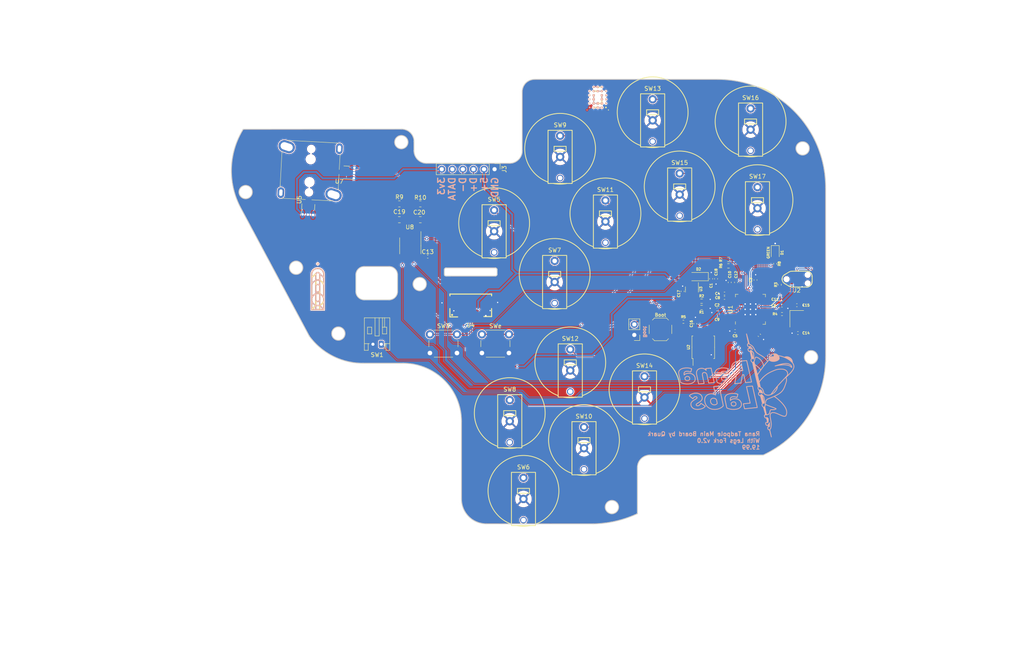
<source format=kicad_pcb>
(kicad_pcb (version 20221018) (generator pcbnew)
  (layers (0 "F.Cu" signal) (31 "B.Cu" signal) (34 "B.Paste" user) (35 "F.Paste" user) (36 "B.SilkS" user "B.Silkscreen") (37 "F.SilkS" user "F.Silkscreen") (38 "B.Mask" user) (39 "F.Mask" user) (44 "Edge.Cuts" user))
  (net 0 "")
  (net 1 "GND")
  (net 2 "+5V")
  (net 3 "+1V1")
  (net 4 "XTAL_IN")
  (net 5 "/XTAL_O")
  (net 6 "Net-(D1-A)")
  (net 7 "Net-(D2-A)")
  (net 8 "DATA")
  (net 9 "SWD")
  (net 10 "~{RESET}")
  (net 11 "SWCLK")
  (net 13 "PICO_LED")
  (net 14 "VBUS_SENSE")
  (net 15 "D+")
  (net 16 "/D_+")
  (net 17 "D-")
  (net 18 "/D_-")
  (net 19 "/~{USB_BOOT}")
  (net 20 "CS")
  (net 21 "XTAL_OUT")
  (net 22 "START")
  (net 23 "MOD")
  (net 24 "L")
  (net 27 "C_UP")
  (net 28 "C_LT")
  (net 29 "A")
  (net 30 "C_DN")
  (net 31 "C_RT")
  (net 32 "MS")
  (net 33 "Z")
  (net 34 "LS")
  (net 35 "X")
  (net 36 "Y")
  (net 37 "B")
  (net 38 "R")
  (net 40 "SD3")
  (net 41 "QSPI_CLK")
  (net 42 "SD0")
  (net 43 "SD2")
  (net 44 "SD1")
  (net 46 "D")
  (net 62 "3vDiode")
  (net 64 "Rx")
  (net 65 "CS_SPI")
  (net 66 "CLK")
  (net 67 "Tx")
  (net 68 "Net-(U8-CH0)")
  (net 69 "Net-(U8-CH1)")
  (net 70 "xHe")
  (net 71 "yHe")
  (footprint "Capacitor_SMD:C_0402_1005Metric" (layer "F.Cu") (at 171.201968 70.86995 180)
    (fp_text reference "C8")
    (fp_text value "1uF")
  )
  (footprint "Resistor_SMD:R_0603_1608Metric" (layer "F.Cu") (at 165.68595 73.2057)
    (fp_text reference "R1")
    (fp_text value "27")
  )
  (footprint "Capacitor_SMD:C_0402_1005Metric" (layer "F.Cu") (at 99.822 60.96)
    (fp_text reference "C13")
    (fp_text value "100nF")
  )
  (footprint "Buttons:RanaTadpole" (layer "F.Cu") (at 151.957706 92.904723)
    (fp_text reference "SW14")
    (fp_text value "~")
  )
  (footprint "Buttons:RanaTadpole" (layer "F.Cu") (at 142.562747 50.562843)
    (fp_text reference "SW11")
    (fp_text value "~")
  )
  (footprint "Capacitor_SMD:C_0402_1005Metric" (layer "F.Cu") (at 185.0292 72.7467)
    (fp_text reference "C6")
    (fp_text value "100nF")
  )
  (footprint "Buttons:RanaTadpole" (layer "F.Cu") (at 179.128254 47.363775)
    (fp_text reference "SW17")
    (fp_text value "~")
  )
  (footprint "Capacitor_SMD:C_0402_1005Metric" (layer "F.Cu") (at 179.583968 79.88695 -45)
    (fp_text reference "C7" hide)
    (fp_text value "100nF" hide)
  )
  (footprint "PhobGCC_2_0_0_footprints:GCC_Stickbox_Hall_Only" (layer "F.Cu") (at 71.536378 40.26786 177)
    (fp_text reference "U6" hide)
    (fp_text value "Stickbox_Assembly_CStick")
  )
  (footprint "Resistor_SMD:R_0402_1005Metric" (layer "F.Cu") (at 161.3154 76.6318)
    (fp_text reference "R5")
    (fp_text value "1k")
  )
  (footprint "Resistor_SMD:R_0402_1005Metric" (layer "F.Cu") (at 184.47595 67.7157 -90)
    (fp_text reference "R3")
    (fp_text value "10k")
  )
  (footprint "footprint:FPC-SMD_X05A26H12G" (layer "F.Cu") (at 110.15845 73.466195 180)
    (fp_text reference "U4")
    (fp_text value "X05A26H12G" hide)
  )
  (footprint "Package_TO_SOT_SMD:SOT-23" (layer "F.Cu") (at 163.36595 68.8632 -90)
    (fp_text reference "U3")
    (fp_text value "XC6206")
  )
  (footprint "Resistor_SMD:R_0603_1608Metric" (layer "F.Cu") (at 165.68595 71.6757)
    (fp_text reference "R2")
    (fp_text value "27")
  )
  (footprint "Buttons:RanaTadpole" (layer "F.Cu") (at 153.918524 26.2103)
    (fp_text reference "SW13")
    (fp_text value "~")
  )
  (footprint "Connector_JST:JST_PH_S2B-PH-K_1x02_P2.00mm_Horizontal" (layer "F.Cu") (at 88.646 82.042 180)
    (fp_text reference "SW1")
    (fp_text value "SW_Push")
  )
  (footprint "Button_Switch_SMD:SW_SPST_SKQG_WithStem" (layer "F.Cu") (at 155.8024 78.4648)
    (fp_text reference "SW2" hide)
    (fp_text value "Boot")
  )
  (footprint "PhobGCC_2_0_0_footprints:SOT-23" (layer "F.Cu") (at 80.216295 40.714628 177)
    (fp_text reference "U7")
    (fp_text value "DRV5055A2xDBZxQ1")
  )
  (footprint "Buttons:RanaTadpole" (layer "F.Cu") (at 137.402862 105.117687)
    (fp_text reference "SW10")
    (fp_text value "~")
  )
  (footprint "Buttons:RanaTadpole" (layer "F.Cu") (at 160.416907 44.06446)
    (fp_text reference "SW15")
    (fp_text value "~")
  )
  (footprint "Buttons:RanaTadpole" (layer "F.Cu") (at 122.848017 117.330652)
    (fp_text reference "SW6")
    (fp_text value "~")
  )
  (footprint "qw-logo:qw new logo silk + copper sm" (layer "F.Cu") (at 140.97 22.86)
    (fp_text reference "H1" hide)
    (fp_text value "qw-logo" hide)
  )
  (footprint "qw-footprints:RP2040-QFN-56" (layer "F.Cu") (at 177.44095 73.6357 90)
    (fp_text reference "U1")
    (fp_text value "RP2040")
  )
  (footprint "Capacitor_SMD:C_0402_1005Metric" (layer "F.Cu") (at 169.4082 75.1597 180)
    (fp_text reference "C9")
    (fp_text value "100nF")
  )
  (footprint "Capacitor_SMD:C_0402_1005Metric" (layer "F.Cu") (at 188.600968 72.64795 180)
    (fp_text reference "C15")
    (fp_text value "22pF")
  )
  (footprint "Button_Switch_THT:SW_PUSH_6mm_H5mm" (layer "F.Cu") (at 112.853557 79.656331)
    (fp_text reference "SWe")
    (fp_text value "SW_Push")
  )
  (footprint "Diode_SMD:D_SOD-123" (layer "F.Cu") (at 164.95595 65.7657 180)
    (fp_text reference "D2")
    (fp_text value "Schottky Diode")
  )
  (footprint "Capacitor_SMD:C_0402_1005Metric" (layer "F.Cu") (at 171.201968 69.85395 180)
    (fp_text reference "C4")
    (fp_text value "100nF")
  )
  (footprint "1999:1999 logo md" (layer "F.Cu") (at 73.152 68.072)
    (fp_text reference "H2" hide)
    (fp_text value "19.99 logo" hide)
  )
  (footprint "Capacitor_SMD:C_0402_1005Metric" (layer "F.Cu") (at 173.741968 78.87095 180)
    (fp_text reference "C5")
    (fp_text value "100nF")
  )
  (footprint "Capacitor_SMD:C_0402_1005Metric" (layer "F.Cu") (at 188.854968 79.3507)
    (fp_text reference "C14")
    (fp_text value "22pF")
  )
  (footprint "Capacitor_SMD:C_0402_1005Metric" (layer "F.Cu") (at 167.97095 66.2957 -90)
    (fp_text reference "C1")
    (fp_text value "10uF")
  )
  (footprint "Connector_PinHeader_2.54mm:PinHeader_1x02_P2.54mm_Vertical" (layer "F.Cu") (at 149.5044 79.8068 180)
    (fp_text reference "J1" hide)
    (fp_text value "Conn_01x02" hide)
  )
  (footprint "Buttons:RanaTadpole" (layer "F.Cu") (at 131.664795 34.998954)
    (fp_text reference "SW9")
    (fp_text value "~")
  )
  (footprint "PCM_marbastlib-various:CON_TC2030_outlined" (layer "F.Cu") (at 188.66595 66.3657)
    (fp_text reference "J2")
    (fp_text value "JTAG_TC2030")
  )
  (footprint "Buttons:RanaTadpole" (layer "F.Cu") (at 130.349783 65.117687)
    (fp_text reference "SW7")
    (fp_text value "~")
  )
  (footprint "Connector_PinHeader_2.54mm:PinHeader_1x06_P2.54mm_Vertical" (layer "F.Cu") (at 115.898702 39.91 -90)
    (fp_text reference "J3")
    (fp_text value "DuPont Connector")
  )
  (footprint "Resistor_SMD:R_0402_1005Metric" (layer "F.Cu") (at 185.0292 74.7787 180)
    (fp_text reference "R4")
    (fp_text value "1k")
  )
  (footprint "LED_SMD:LED_0805_2012Metric" (layer "F.Cu") (at 183.397152 59.988284 -90)
    (fp_text reference "D1")
    (fp_text value "GREEN")
  )
  (footprint "Capacitor_SMD:C_0402_1005Metric" (layer "F.Cu") (at 172.4562 67.1587 90)
    (fp_text reference "C10")
    (fp_text value "100nF")
  )
  (footprint "Package_SO:SOIC-8_5.23x5.23mm_P1.27mm" (layer "F.Cu") (at 166.09595 82.7657 90)
    (fp_text reference "U2")
    (fp_text value "W25Q128JVS")
  )
  (footprint "Button_Switch_THT:SW_PUSH_6mm_H5mm" (layer "F.Cu") (at 100.353557 79.656331)
    (fp_text reference "SW3")
    (fp_text value "SW_Push")
  )
  (footprint "Capacitor_SMD:C_0402_1005Metric" (layer "F.Cu") (at 185.0292 71.2227)
    (fp_text reference "C11")
    (fp_text value "100nF")
  )
  (footprint "Resistor_SMD:R_0603_1608Metric" (layer "F.Cu") (at 172.15095 61.6457 180)
    (fp_text reference "R7")
    (fp_text value "10k")
  )
  (footprint "Capacitor_SMD:C_0402_1005Metric" (layer "F.Cu") (at 169.17095 66.2957 90)
    (fp_text reference "C18")
    (fp_text value "1uF")
  )
  (footprint "PhobGCC_2_0_0_footprints:SOIC-8_3.9x4.9mm_P1.27mm" (layer "F.Cu") (at 95.631 58.355 -90)
    (fp_text reference "U8")
    (fp_text value "MCP3002")
  )
  (footprint "Buttons:RanaTadpole" (layer "F.Cu") (at 115.794938 52.904723)
    (fp_text reference "SW5")
    (fp_text value "~" hide)
  )
  (footprint "Capacitor_SMD:C_0805_2012Metric_Pad1.18x1.45mm_HandSolder" (layer "F.Cu") (at 93.0015 52.07 180)
    (fp_text reference "C19")
    (fp_text value "0.047u")
  )
  (footprint "Buttons:RanaTadpole" (layer "F.Cu") (at 177.472295 28.436076)
    (fp_text reference "SW16")
    (fp_text value "~")
  )
  (footprint "Capacitor_SMD:C_0402_1005Metric" (layer "F.Cu") (at 161.12595 69.3157 -90)
    (fp_text reference "C17")
    (fp_text value "1uF")
  )
  (footprint "Buttons:RanaTadpole" (layer "F.Cu") (at 134.103546 86.40634)
    (fp_text reference "SW12")
    (fp_text value "~")
  )
  (footprint "Resistor_SMD:R_0805_2012Metric_Pad1.20x1.40mm_HandSolder" (layer "F.Cu") (at 93.0015 48.26)
    (fp_text reference "R9")
    (fp_text value "2k")
  )
  (footprint "Capacitor_SMD:C_0402_1005Metric" (layer "F.Cu") (at 164.18595 77.1157 90)
    (fp_text reference "C16")
    (fp_text value "100nF")
  )
  (footprint "Capacitor_SMD:C_0402_1005Metric" (layer "F.Cu") (at 169.4082 73.6357 180)
    (fp_text reference "C2")
    (fp_text value "1uF")
  )
  (footprint "Resistor_SMD:R_0603_1608Metric" (layer "F.Cu") (at 172.15095 63.1857)
    (fp_text reference "R6")
    (fp_text value "5.6k")
  )
  (footprint "PhobGCC_2_0_0_footprints:SOT-23" (layer "F.Cu") (at 71.09223 48.950843 87)
    (fp_text reference "U5")
    (fp_text value "DRV5055A2xDBZxQ1")
  )
  (footprint "Capacitor_SMD:C_0402_1005Metric" (layer "F.Cu") (at 178.657152 66.580784 90)
    (fp_text reference "C3")
    (fp_text value "100nF")
  )
  (footprint "Resistor_SMD:R_0402_1005Metric" (layer "F.Cu") (at 183.397152 62.670784 90)
    (fp_text reference "R8")
    (fp_text value "470")
  )
  (footprint "Capacitor_SMD:C_0402_1005Metric" (layer "F.Cu") (at 173.9802 67.1587 90)
    (fp_text reference "C12")
    (fp_text value "100nF")
  )
  (footprint "Buttons:RanaTadpole" (layer "F.Cu") (at 119.548702 98.619304)
    (fp_text reference "SW8")
    (fp_text value "~")
  )
  (footprint "Crystal:Crystal_SMD_3225-4Pin_3.2x2.5mm" (layer "F.Cu") (at 188.5852 75.9217 -90)
    (fp_text reference "Y1" hide)
    (fp_text value "12MHz")
  )
  (footprint "Capacitor_SMD:C_0805_2012Metric_Pad1.18x1.45mm_HandSolder" (layer "F.Cu") (at 98.044 52.07 180)
    (fp_text reference "C20")
    (fp_text value "0.047u")
  )
  (footprint "Resistor_SMD:R_0805_2012Metric_Pad1.20x1.40mm_HandSolder" (layer "F.Cu") (at 98.044 48.26)
    (fp_text reference "R10")
    (fp_text value "2k")
  )
  (footprint "logo:Logo_with_text_28mm" (layer "B.Cu") (at 173.99 91.948 180)
    (fp_text reference "G***" hide)
    (fp_text value "LOGO" hide)
  )
  (footprint "1999:1999 logo md" (layer "B.Cu") (at 73.581262 68.072 180)
    (fp_text reference "H4" hide)
    (fp_text value "19.99 logo" hide)
  )
  (footprint "qw-logo:qw new logo silk + copper sm" (layer "B.Cu") (at 140.462 22.86 180)
    (fp_text reference "H3" hide)
    (fp_text value "qw-logo" hide)
  )
  (gr_line (start 93.922473 86.630721) (end 84.24382 86.630721) (stroke (width 0.2)) (layer "Edge.Cuts"))
  (gr_line (start 119.538041 38.474331) (end 99.538041 38.474331) (stroke (width 0.2)) (layer "Edge.Cuts"))
  (gr_circle (center 97.8916 67.564) (end 96.2916 67.564) (stroke (width 0.2)) (fill none) (layer "Edge.Cuts"))
  (gr_arc (start 113.922473 125.274331) (mid 109.679832 123.516972) (end 107.922473 119.274331) (stroke (width 0.2)) (layer "Edge.Cuts"))
  (gr_arc (start 84.24382 86.630721) (mid 76.994677 84.894308) (end 71.318972 80.061962) (stroke (width 0.2)) (layer "Edge.Cuts"))
  (gr_line (start 107.922473 119.274331) (end 107.922473 100.630721) (stroke (width 0.2)) (layer "Edge.Cuts"))
  (gr_line (start 96.538041 35.474331) (end 96.538041 33.250836) (stroke (width 0.2)) (layer "Edge.Cuts"))
  (gr_line (start 153.262603 108.726226) (end 180.514229 108.726226) (stroke (width 0.2)) (layer "Edge.Cuts"))
  (gr_arc (start 92.55 69.342) (mid 91.964205 70.756198) (end 90.55 71.342) (stroke (width 0.2)) (layer "Edge.Cuts"))
  (gr_circle (center 78.3336 79.4768) (end 76.7336 79.4768) (stroke (width 0.2)) (fill none) (layer "Edge.Cuts"))
  (gr_line (start 55.436854 30.291518) (end 71.527363 30.274337) (stroke (width 0.2)) (layer "Edge.Cuts"))
  (gr_arc (start 99.538041 38.474331) (mid 97.416721 37.595651) (end 96.538041 35.474331) (stroke (width 0.2)) (layer "Edge.Cuts"))
  (gr_line (start 103.818399 65.216885) (end 103.818399 64.086885) (stroke (width 0.2)) (layer "Edge.Cuts"))
  (gr_circle (center 93.472 33.4012) (end 91.872 33.4012) (stroke (width 0.2)) (fill none) (layer "Edge.Cuts"))
  (gr_circle (center 144.1196 121.2344) (end 142.5196 121.2344) (stroke (width 0.2)) (fill none) (layer "Edge.Cuts"))
  (gr_line (start 116.498399 64.086885) (end 116.498399 65.216885) (stroke (width 0.2)) (layer "Edge.Cuts"))
  (gr_arc (start 54.829168 49.202844) (mid 52.603032 39.665884) (end 55.436854 30.291518) (stroke (width 0.2)) (layer "Edge.Cuts"))
  (gr_circle (center 56.0324 45.4152) (end 54.4324 45.4152) (stroke (width 0.2)) (fill none) (layer "Edge.Cuts"))
  (gr_arc (start 93.922473 86.630721) (mid 103.821967 90.731227) (end 107.922473 100.630721) (stroke (width 0.2)) (layer "Edge.Cuts"))
  (gr_circle (center 68.1736 63.6272) (end 66.5736 63.6272) (stroke (width 0.2)) (fill none) (layer "Edge.Cuts"))
  (gr_line (start 122.538041 21.274331) (end 122.538041 35.474331) (stroke (width 0.2)) (layer "Edge.Cuts"))
  (gr_arc (start 82.55 65.342) (mid 83.135785 63.927784) (end 84.55 63.342) (stroke (width 0.2)) (layer "Edge.Cuts"))
  (gr_line (start 90.55 71.342) (end 84.55 71.342) (stroke (width 0.2)) (layer "Edge.Cuts"))
  (gr_arc (start 93.534837 30.250838) (mid 95.658226 31.128384) (end 96.538041 33.250836) (stroke (width 0.2)) (layer "Edge.Cuts"))
  (gr_arc (start 150.262603 111.726226) (mid 151.141282 109.604905) (end 153.262603 108.726226) (stroke (width 0.2)) (layer "Edge.Cuts"))
  (gr_arc (start 104.218399 65.616885) (mid 103.935555 65.499728) (end 103.818399 65.216885) (stroke (width 0.2)) (layer "Edge.Cuts"))
  (gr_arc (start 150.262603 122.832434) (mid 145.081241 124.625112) (end 139.639157 125.291385) (stroke (width 0.2)) (layer "Edge.Cuts"))
  (gr_arc (start 84.55 71.342) (mid 83.135786 70.756214) (end 82.55 69.342) (stroke (width 0.2)) (layer "Edge.Cuts"))
  (gr_arc (start 116.498399 65.216885) (mid 116.381242 65.499728) (end 116.098399 65.616885) (stroke (width 0.2)) (layer "Edge.Cuts"))
  (gr_line (start 116.098399 65.616885) (end 104.218399 65.616885) (stroke (width 0.2)) (layer "Edge.Cuts"))
  (gr_line (start 84.55 63.342) (end 90.55 63.342) (stroke (width 0.2)) (layer "Edge.Cuts"))
  (gr_arc (start 122.538041 35.474331) (mid 121.659361 37.595651) (end 119.538041 38.474331) (stroke (width 0.2)) (layer "Edge.Cuts"))
  (gr_line (start 71.318972 80.061962) (end 54.829168 49.202844) (stroke (width 0.2)) (layer "Edge.Cuts"))
  (gr_line (start 104.218399 63.686885) (end 116.098399 63.686885) (stroke (width 0.2)) (layer "Edge.Cuts"))
  (gr_line (start 82.55 69.342) (end 82.55 65.342) (stroke (width 0.2)) (layer "Edge.Cuts"))
  (gr_circle (center 192.024 85.1664) (end 190.424 85.1664) (stroke (width 0.2)) (fill none) (layer "Edge.Cuts"))
  (gr_line (start 150.262603 122.832434) (end 150.262603 111.726226) (stroke (width 0.2)) (layer "Edge.Cuts"))
  (gr_arc (start 195.538041 85.156684) (mid 191.462694 99.132003) (end 180.514229 108.726226) (stroke (width 0.2)) (layer "Edge.Cuts"))
  (gr_arc (start 90.55 63.342) (mid 91.964212 63.927787) (end 92.55 65.342) (stroke (width 0.2)) (layer "Edge.Cuts"))
  (gr_arc (start 169.538041 18.274331) (mid 187.922817 25.889555) (end 195.538041 44.274331) (stroke (width 0.2)) (layer "Edge.Cuts"))
  (gr_line (start 139.639157 125.291385) (end 113.922473 125.274331) (stroke (width 0.2)) (layer "Edge.Cuts"))
  (gr_line (start 169.538041 18.274331) (end 125.538041 18.274331) (stroke (width 0.2)) (layer "Edge.Cuts"))
  (gr_line (start 195.538041 85.162223) (end 195.538041 44.274331) (stroke (width 0.2)) (layer "Edge.Cuts"))
  (gr_arc (start 103.818399 64.086885) (mid 103.935556 63.804043) (end 104.218399 63.686885) (stroke (width 0.2)) (layer "Edge.Cuts"))
  (gr_circle (center 189.992 34.8996) (end 188.392 34.8996) (stroke (width 0.2)) (fill none) (layer "Edge.Cuts"))
  (gr_line (start 92.55 65.342) (end 92.55 69.342) (stroke (width 0.2)) (layer "Edge.Cuts"))
  (gr_arc (start 122.538041 21.274331) (mid 123.41672 19.15301) (end 125.538041 18.274331) (stroke (width 0.2)) (layer "Edge.Cuts"))
  (gr_line (start 93.534837 30.250838) (end 71.527363 30.274337) (stroke (width 0.2)) (layer "Edge.Cuts"))
  (gr_arc (start 116.098399 63.686885) (mid 116.38124 63.804043) (end 116.498399 64.086885) (stroke (width 0.2)) (layer "Edge.Cuts"))
  (gr_text "Boot" (at 151.603602 80.539884 -90) (layer "B.SilkS") (effects (font (size 0.8 0.8) (thickness 0.2) bold) (justify left bottom mirror)))
  (gr_text "3v3\nDATA\nD-\nD+\n5+\nGND" (at 116.91 41.65 90) (layer "B.SilkS") (effects (font (size 1.6 1.6) (thickness 0.3) bold) (justify left bottom mirror)))
  (gr_text "Rana Tadpole Main Board by Quark\nWith Legs Fork v2.0\n19.99" (at 179.832 107.442) (layer "B.SilkS") (effects (font (size 1 1) (thickness 0.2) bold) (justify left bottom mirror)))
  (segment (start 183.397152 57.794152) (end 183.388 57.785) (width 0.5) (layer "F.Cu") (net 1))
  (segment (start 187.457968 79.3507) (end 187.452 79.375) (width 0.381) (layer "F.Cu") (net 1))
  (segment (start 180.599968 80.90295) (end 180.59795 80.90295) (width 0.381) (layer "F.Cu") (net 1))
  (segment (start 112.908463 75.0062) (end 113.6142 75.0062) (width 0.5) (layer "F.Cu") (net 1))
  (segment (start 189.4352 75.068678) (end 187.7352 76.768678) (width 0.254) (layer "F.Cu") (net 1))
  (segment (start 105.47336 73.36776) (end 106.0958 73.9902) (width 0.5) (layer "F.Cu") (net 1))
  (segment (start 182.343291 74.943797) (end 186.249769 78.850275) (width 0.2) (layer "F.Cu") (net 1))
  (segment (start 167.99595 86.3282) (end 168.021 84.582) (width 0.5) (layer "F.Cu") (net 1))
  (segment (start 168.9282 75.1597) (end 168.9282 73.6357) (width 0.5) (layer "F.Cu") (net 1))
  (segment (start 105.47336 71.92619) (end 103.41001 71.92619) (width 0.5) (layer "F.Cu") (net 1))
  (segment (start 170.721968 69.85395) (end 169.804968 69.85395) (width 0.2) (layer "F.Cu") (net 1))
  (segment (start 189.93595 67.0007) (end 189.93595 68.202961) (width 0.25) (layer "F.Cu") (net 1))
  (segment (start 169.18095 67.5657) (end 169.17095 67.5557) (width 0.5) (layer "F.Cu") (net 1))
  (segment (start 164.18595 75.59005) (end 164.211 75.565) (width 0.5) (layer "F.Cu") (net 1))
  (segment (start 169.17095 66.7757) (end 169.17095 67.5557) (width 0.5) (layer "F.Cu") (net 1))
  (segment (start 103.41001 71.92619) (end 103.251 72.0852) (width 0.5) (layer "F.Cu") (net 1))
  (segment (start 189.93595 68.202961) (end 189.868961 68.202961) (width 0.25) (layer "F.Cu") (net 1))
  (segment (start 114.843439 71.92619) (end 114.843439 73.929361) (width 0.5) (layer "F.Cu") (net 1))
  (segment (start 178.657152 66.100784) (end 178.657152 65.340784) (width 0.5) (layer "F.Cu") (net 1))
  (segment (start 180.87845 74.6357) (end 181.599479 74.6357) (width 0.2) (layer "F.Cu") (net 1))
  (segment (start 171.58095 66.67895) (end 171.577 66.675) (width 0.381) (layer "F.Cu") (net 1))
  (segment (start 173.261968 78.87095) (end 172.471968 78.87095) (width 0.381) (layer "F.Cu") (net 1))
  (segment (start 179.923379 80.226361) (end 180.599968 80.90295) (width 0.381) (layer "F.Cu") (net 1))
  (segment (start 167.97095 66.7757) (end 169.17095 66.7757) (width 0.5) (layer "F.Cu") (net 1))
  (segment (start 169.804968 69.85395) (end 169.80295 69.85395) (width 0.2) (layer "F.Cu") (net 1))
  (segment (start 172.46995 78.87095) (end 172.466 78.867) (width 0.381) (layer "F.Cu") (net 1))
  (segment (start 171.61595 66.67895) (end 172.45595 66.67895) (width 0.381) (layer "F.Cu") (net 1))
  (segment (start 161.11595 68.0457) (end 161.12595 68.0557) (width 0.5) (layer "F.Cu") (net 1))
  (segment (start 189.080968 72.64795) (end 190.124968 72.64795) (width 0.381) (layer "F.Cu") (net 1))
  (segment (start 114.843439 71.92619) (end 116.57939 71.92619) (width 0.5) (layer "F.Cu") (net 1))
  (segment (start 187.452 79.375) (end 188.374968 79.3507) (width 0.381) (layer "F.Cu") (net 1))
  (segment (start 189.080968 72.64795) (end 189.080968 74.467468) (width 0.381) (layer "F.Cu") (net 1))
  (segment (start 172.4562 66.6787) (end 173.9802 66.6787) (width 0.381) (layer "F.Cu") (net 1))
  (segment (start 183.397152 59.050784) (end 183.397152 57.794152) (width 0.5) (layer "F.Cu") (net 1))
  (segment (start 164.18595 75.6257) (end 164.18595 75.59005) (width 0.5) (layer "F.Cu") (net 1))
  (segment (start 189.868961 68.202961) (end 189.865 68.199) (width 0.25) (layer "F.Cu") (net 1))
  (segment (start 161.12595 68.8357) (end 161.12595 68.0557) (width 0.5) (layer "F.Cu") (net 1))
  (segment (start 178.657152 65.340784) (end 178.687152 65.310784) (width 0.5) (layer "F.Cu") (net 1))
  (segment (start 172.471968 78.87095) (end 172.46995 78.87095) (width 0.381) (layer "F.Cu") (net 1))
  (segment (start 171.61595 66.67895) (end 171.58095 66.67895) (width 0.381) (layer "F.Cu") (net 1))
  (segment (start 169.80295 69.85395) (end 169.799 69.85) (width 0.2) (layer "F.Cu") (net 1))
  (segment (start 190.124968 72.64795) (end 190.12295 72.64795) (width 0.381) (layer "F.Cu") (net 1))
  (segment (start 164.18595 76.6357) (end 164.18595 75.6257) (width 0.5) (layer "F.Cu") (net 1))
  (segment (start 116.57939 71.92619) (end 116.6368 71.9836) (width 0.5) (layer "F.Cu") (net 1))
  (segment (start 168.021 84.582) (end 167.99595 84.6032) (width 0.5) (layer "F.Cu") (net 1))
  (segment (start 190.12295 72.64795) (end 190.119 72.644) (width 0.381) (layer "F.Cu") (net 1))
  (segment (start 180.59795 80.90295) (end 180.594 80.899) (width 0.381) (layer "F.Cu") (net 1))
  (segment (start 105.47336 71.92619) (end 105.47336 73.36776) (width 0.5) (layer "F.Cu") (net 1))
  (segment (start 113.6142 75.0062) (end 113.792 75.184) (width 0.5) (layer "F.Cu") (net 1))
  (via (at 169.799 69.85) (size 0.6) (drill 0.3) (layers "F.Cu" "B.Cu") (net 1))
  (via (at 169.17095 67.5557) (size 0.6) (drill 0.3) (layers "F.Cu" "B.Cu") (net 1))
  (via (at 106.0958 73.9902) (size 0.6) (drill 0.3) (layers "F.Cu" "B.Cu") (net 1))
  (via (at 187.452 79.375) (size 0.6) (drill 0.3) (layers "F.Cu" "B.Cu") (net 1))
  (via (at 171.577 66.675) (size 0.6) (drill 0.3) (layers "F.Cu" "B.Cu") (net 1))
  (via (at 168.148 74.422) (size 0.6) (drill 0.3) (layers "F.Cu" "B.Cu") (net 1))
  (via (at 168.021 64.77) (size 0.6) (drill 0.3) (layers "F.Cu" "B.Cu") (net 1))
  (via (at 164.211 75.565) (size 0.6) (drill 0.3) (layers "F.Cu" "B.Cu") (net 1))
  (via (at 183.397152 57.794152) (size 0.8) (drill 0.4) (layers "F.Cu" "B.Cu") (net 1))
  (via (at 116.6368 71.9836) (size 0.6) (drill 0.3) (layers "F.Cu" "B.Cu") (net 1))
  (via (at 114.8334 73.9394) (size 0.6) (drill 0.3) (layers "F.Cu" "B.Cu") (net 1))
  (via (at 190.119 72.644) (size 0.6) (drill 0.3) (layers "F.Cu" "B.Cu") (net 1))
  (via (at 161.12595 68.0557) (size 0.6) (drill 0.3) (layers "F.Cu" "B.Cu") (net 1))
  (via (at 168.021 84.582) (size 0.6) (drill 0.3) (layers "F.Cu" "B.Cu") (net 1))
  (via (at 103.251 72.0852) (size 0.6) (drill 0.3) (layers "F.Cu" "B.Cu") (net 1))
  (via (at 189.865 68.199) (size 0.6) (drill 0.3) (layers "F.Cu" "B.Cu") (net 1))
  (via (at 167.767 71.247) (size 0.6) (drill 0.3) (layers "F.Cu" "B.Cu") (net 1))
  (via (at 113.792 75.184) (size 0.8) (drill 0.4) (layers "F.Cu" "B.Cu") (net 1))
  (via (at 186.436 73.406) (size 0.6) (drill 0.3) (layers "F.Cu" "B.Cu") (net 1))
  (via (at 178.687152 65.310784) (size 0.6) (drill 0.3) (layers "F.Cu" "B.Cu") (net 1))
  (via (at 180.594 80.899) (size 0.6) (drill 0.3) (layers "F.Cu" "B.Cu") (net 1))
  (via (at 172.466 78.867) (size 0.6) (drill 0.3) (layers "F.Cu" "B.Cu") (net 1))
  (via (at 167.767 73.406) (size 0.6) (drill 0.3) (layers "F.Cu" "B.Cu") (net 1))
  (arc (start 181.599479 74.6357) (mid 182.002027 74.715772) (end 182.343291 74.943797) (width 0.2) (layer "F.Cu") (net 1))
  (arc (start 187.457968 79.3507) (mid 186.804066 79.220644) (end 186.249769 78.850275) (width 0.2) (layer "F.Cu") (net 1))
  (segment (start 178.71595 72.3607) (end 176.16595 72.3607) (width 0.635) (layer "B.Cu") (net 1))
  (segment (start 178.41595 74.6107) (end 178.41595 72.6607) (width 0.635) (layer "B.Cu") (net 1))
  (segment (start 178.71595 74.9107) (end 178.41595 74.6107) (width 0.635) (layer "B.Cu") (net 1))
  (segment (start 176.16595 72.3607) (end 176.16595 74.9107) (width 0.635) (layer "B.Cu") (net 1))
  (segment (start 178.71595 74.9107) (end 176.16595 74.9107) (width 0.635) (layer "B.Cu") (net 1))
  (segment (start 176.16595 73.6357) (end 178.71595 73.6357) (width 0.635) (layer "B.Cu") (net 1))
  (segment (start 177.44095 72.3607) (end 177.44095 74.9107) (width 0.635) (layer "B.Cu") (net 1))
  (segment (start 178.41595 72.6607) (end 178.71595 72.3607) (width 0.635) (layer "B.Cu") (net 1))
  (segment (start 170.281534 63.1857) (end 171.32595 63.1857) (width 0.5) (layer "F.Cu") (net 2))
  (segment (start 159.87595 66.1416) (end 158.0134 66.1416) (width 0.5) (layer "F.Cu") (net 2))
  (segment (start 159.87595 66.1416) (end 159.87595 62.8857) (width 0.5) (layer "F.Cu") (net 2))
  (segment (start 111.9632 73.66) (end 111.508463 74.114737) (width 0.5) (layer "F.Cu") (net 2))
  (segment (start 168.763158 62.412908) (end 169.008742 62.658492) (width 0.5) (layer "F.Cu") (net 2))
  (segment (start 111.808336 73.814864) (end 111.808336 75.0062) (width 0.5) (layer "F.Cu") (net 2))
  (segment (start 159.87595 68.8007) (end 159.87595 66.1416) (width 0.5) (layer "F.Cu") (net 2))
  (segment (start 111.9632 73.66) (end 111.808336 73.814864) (width 0.5) (layer "F.Cu") (net 2))
  (segment (start 160.87595 69.8007) (end 163.36595 69.8007) (width 0.5) (layer "F.Cu") (net 2))
  (segment (start 160.87595 61.8857) (end 167.490366 61.8857) (width 0.5) (layer "F.Cu") (net 2))
  (segment (start 111.508463 74.114737) (end 111.508463 75.0062) (width 0.5) (layer "F.Cu") (net 2))
  (via (at 111.9632 73.66) (size 0.6) (drill 0.3) (layers "F.Cu" "B.Cu") (net 2))
  (via (at 158.0134 66.1416) (size 0.6) (drill 0.3) (layers "F.Cu" "B.Cu") (net 2))
  (arc (start 160.87595 69.8007) (mid 160.168843 69.507807) (end 159.87595 68.8007) (width 0.5) (layer "F.Cu") (net 2))
  (arc (start 168.763158 62.412908) (mid 168.179196 62.022717) (end 167.490366 61.8857) (width 0.5) (layer "F.Cu") (net 2))
  (arc (start 159.87595 62.8857) (mid 160.168843 62.178593) (end 160.87595 61.8857) (width 0.5) (layer "F.Cu") (net 2))
  (arc (start 169.008742 62.658492) (mid 169.592704 63.048683) (end 170.281534 63.1857) (width 0.5) (layer "F.Cu") (net 2))
  (segment (start 158.0134 66.1416) (end 157.489487 65.617687) (width 0.5) (layer "B.Cu") (net 2))
  (segment (start 111.9632 71.6788) (end 114.554 69.088) (width 0.5) (layer "B.Cu") (net 2))
  (segment (start 156.8958 65.024) (end 121.158 65.024) (width 0.5) (layer "B.Cu") (net 2))
  (segment (start 120.142 64.008) (end 121.158 65.024) (width 0.5) (layer "B.Cu") (net 2))
  (segment (start 120.132513 50.815913) (end 120.132513 64.008) (width 0.5) (layer "B.Cu") (net 2))
  (segment (start 114.554 69.088) (end 117.094 69.088) (width 0.5) (layer "B.Cu") (net 2))
  (segment (start 120.132513 64.008) (end 120.142 64.008) (width 0.5) (layer "B.Cu") (net 2))
  (segment (start 113.358702 39.91) (end 113.358702 44.042102) (width 0.5) (layer "B.Cu") (net 2))
  (segment (start 111.9632 73.66) (end 111.9632 71.6788) (width 0.5) (layer "B.Cu") (net 2))
  (segment (start 157.489487 65.617687) (end 156.8958 65.024) (width 0.5) (layer "B.Cu") (net 2))
  (segment (start 117.094 69.088) (end 121.158 65.024) (width 0.5) (layer "B.Cu") (net 2))
  (segment (start 113.358702 44.042102) (end 120.132513 50.815913) (width 0.5) (layer "B.Cu") (net 2))
  (segment (start 174.00345 71.8357) (end 173.372237 71.8357) (width 0.2) (layer "F.Cu") (net 3))
  (segment (start 184.502728 71.2227) (end 184.5492 71.2227) (width 0.2) (layer "F.Cu") (net 3))
  (segment (start 170.594584 74.989316) (end 171.3132 74.2707) (width 0.381) (layer "F.Cu") (net 3))
  (segment (start 180.87845 73.0357) (end 182.026986 73.0357) (width 0.2) (layer "F.Cu") (net 3))
  (segment (start 174.00345 71.8357) (end 174.8472 71.8357) (width 0.2) (layer "F.Cu") (net 3))
  (segment (start 184.536968 70.36195) (end 184.5492 70.374182) (width 0.5) (layer "F.Cu") (net 3))
  (segment (start 184.5492 70.374182) (end 184.5492 71.2227) (width 0.5) (layer "F.Cu") (net 3))
  (segment (start 172.162414 73.8357) (end 174.00345 73.8357) (width 0.2) (layer "F.Cu") (net 3))
  (segment (start 182.734093 72.742807) (end 184.078442 71.398458) (width 0.2) (layer "F.Cu") (net 3))
  (segment (start 172.135405 71.323387) (end 171.681968 70.86995) (width 0.2) (layer "F.Cu") (net 3))
  (segment (start 171.3132 74.2707) (end 171.455307 74.128593) (width 0.2) (layer "F.Cu") (net 3))
  (segment (start 174.8472 71.8357) (end 174.9962 71.9847) (width 0.2) (layer "F.Cu") (net 3))
  (via (at 179.5526 73.02895) (size 0.6) (drill 0.3) (layers "F.Cu" "B.Cu") (net 3))
  (via (at 184.536968 70.36195) (size 0.6) (drill 0.3) (layers "F.Cu" "B.Cu") (net 3))
  (via (at 171.3132 74.2707) (size 0.6) (drill 0.3) (layers "F.Cu" "B.Cu") (net 3))
  (via (at 175.26 72.898) (size 0.6) (drill 0.3) (layers "F.Cu" "B.Cu") (net 3))
  (arc (start 170.594584 74.989316) (mid 170.405858 75.115418) (end 170.1832 75.1597) (width 0.381) (layer "F.Cu") (net 3))
  (arc (start 171.455307 74.128593) (mid 171.77973 73.91182) (end 172.162414 73.8357) (width 0.2) (layer "F.Cu") (net 3))
  (arc (start 182.734093 72.742807) (mid 182.40967 72.95958) (end 182.026986 73.0357) (width 0.2) (layer "F.Cu") (net 3))
  (arc (start 184.078442 71.398458) (mid 184.273111 71.268382) (end 184.502728 71.2227) (width 0.2) (layer "F.Cu") (net 3))
  (arc (start 172.135405 71.323387) (mid 172.702868 71.702554) (end 173.372237 71.8357) (width 0.2) (layer "F.Cu") (net 3))
  (segment (start 173.520236 74.2707) (end 171.3132 74.2707) (width 0.381) (layer "B.Cu") (net 3))
  (segment (start 179.58195 73.02895) (end 182.173736 73.02895) (width 0.381) (layer "B.Cu") (net 3))
  (segment (start 175.3032 72.90195) (end 175.30715 72.898) (width 0.381) (layer "B.Cu") (net 3))
  (segment (start 175.26 72.898) (end 175.26 72.94515) (width 0.381) (layer "B.Cu") (net 3))
  (segment (start 184.536968 70.665718) (end 184.536968 70.36195) (width 0.381) (layer "B.Cu") (net 3))
  (segment (start 179.57405 73.02895) (end 179.58195 73.02895) (width 0.381) (layer "B.Cu") (net 3))
  (segment (start 175.26 72.94515) (end 174.227343 73.977807) (width 0.381) (layer "B.Cu") (net 3))
  (segment (start 175.30715 72.898) (end 175.26 72.898) (width 0.381) (layer "B.Cu") (net 3))
  (segment (start 179.57405 73.02895) (end 179.578 73.025) (width 0.381) (layer "B.Cu") (net 3))
  (segment (start 182.880843 72.736057) (end 184.244075 71.372825) (width 0.381) (layer "B.Cu") (net 3))
  (arc (start 182.880843 72.736057) (mid 182.55642 72.95283) (end 182.173736 73.02895) (width 0.381) (layer "B.Cu") (net 3))
  (arc (start 174.227343 73.977807) (mid 173.90292 74.19458) (end 173.520236 74.2707) (width 0.381) (layer "B.Cu") (net 3))
  (arc (start 184.244075 71.372825) (mid 184.460848 71.048402) (end 184.536968 70.665718) (width 0.381) (layer "B.Cu") (net 3))
  (segment (start 189.334968 79.3507) (end 189.334968 77.121932) (width 0.2) (layer "F.Cu") (net 4))
  (segment (start 187.002817 78.3347) (end 187.475448 78.3347) (width 0.2) (layer "F.Cu") (net 4))
  (segment (start 180.87845 74.2357) (end 181.783769 74.2357) (width 0.2) (layer "F.Cu") (net 4))
  (segment (start 182.494661 74.530161) (end 185.801667 77.837167) (width 0.2) (layer "F.Cu") (net 4))
  (segment (start 188.719505 77.819395) (end 189.4352 77.1037) (width 0.2) (layer "F.Cu") (net 4))
  (arc (start 187.002817 78.3347) (mid 186.352759 78.205395) (end 185.801667 77.837167) (width 0.2) (layer "F.Cu") (net 4))
  (arc (start 187.475448 78.3347) (mid 188.148727 78.200777) (end 188.719505 77.819395) (width 0.2) (layer "F.Cu") (net 4))
  (arc (start 181.783769 74.2357) (mid 182.168501 74.312228) (end 182.494661 74.530161) (width 0.2) (layer "F.Cu") (net 4))
  (segment (start 188.120968 72.64795) (end 188.120968 74.435932) (width 0.2) (layer "F.Cu") (net 5))
  (segment (start 187.6922 74.7787) (end 185.5392 74.7787) (width 0.2) (layer "F.Cu") (net 5))
  (segment (start 183.397152 60.925784) (end 183.397152 62.160784) (width 0.2) (layer "F.Cu") (net 6))
  (segment (start 163.156513 65.797468) (end 163.274182 65.797468) (width 0.5) (layer "F.Cu") (net 7))
  (segment (start 162.41595 67.9257) (end 162.41595 66.7657) (width 0.5) (layer "F.Cu") (net 7))
  (segment (start 163.274182 65.797468) (end 163.30595 65.7657) (width 0.5) (layer "F.Cu") (net 7))
  (arc (start 162.41595 66.7657) (mid 162.622597 66.156939) (end 163.156513 65.797468) (width 0.5) (layer "F.Cu") (net 7))
  (segment (start 108.408336 75.0062) (end 108.908463 75.0062) (width 0.2) (layer "F.Cu") (net 8))
  (segment (start 105.738702 39.91) (end 103.2256 42.423102) (width 0.2) (layer "F.Cu") (net 8))
  (segment (start 174.92595 67.443664) (end 174.92595 66.6557) (width 0.2) (layer "F.Cu") (net 8))
  (segment (start 175.64095 70.1982) (end 175.64095 68.987092) (width 0.2) (layer "F.Cu") (net 8))
  (segment (start 175.348057 68.279985) (end 175.218843 68.150771) (width 0.2) (layer "F.Cu") (net 8))
  (segment (start 108.408336 77.420336) (end 108.712 77.724) (width 0.2) (layer "F.Cu") (net 8))
  (segment (start 108.408336 75.0062) (end 108.408336 77.420336) (width 0.2) (layer "F.Cu") (net 8))
  (segment (start 103.632 66.2178) (end 105.3338 66.2178) (width 0.2) (layer "F.Cu") (net 8))
  (segment (start 103.2256 42.423102) (end 103.2256 65.8114) (width 0.2) (layer "F.Cu") (net 8))
  (segment (start 103.2256 65.8114) (end 103.632 66.2178) (width 0.2) (layer "F.Cu") (net 8))
  (segment (start 105.3338 66.2178) (end 108.408336 69.292336) (width 0.2) (layer "F.Cu") (net 8))
  (segment (start 108.408336 69.292336) (end 108.408336 75.0062) (width 0.2) (layer "F.Cu") (net 8))
  (via (at 108.712 77.724) (size 0.6) (drill 0.3) (layers "F.Cu" "B.Cu") (net 8))
  (via (at 174.92595 66.6557) (size 0.6) (drill 0.3) (layers "F.Cu" "B.Cu") (net 8))
  (arc (start 174.92595 67.443664) (mid 175.00207 67.826347) (end 175.218843 68.150771) (width 0.2) (layer "F.Cu") (net 8))
  (arc (start 175.64095 68.987092) (mid 175.56483 68.604409) (end 175.348057 68.279985) (width 0.2) (layer "F.Cu") (net 8))
  (segment (start 165.1 61.1757) (end 170.873309 61.1757) (width 0.25) (layer "B.Cu") (net 8))
  (segment (start 164.8843 61.1757) (end 165.1 61.1757) (width 0.25) (layer "B.Cu") (net 8))
  (segment (start 123.2154 69.3166) (end 115.316 77.216) (width 0.25) (layer "B.Cu") (net 8))
  (segment (start 115.316 77.216) (end 109.22 77.216) (width 0.25) (layer "B.Cu") (net 8))
  (segment (start 172.994629 62.054379) (end 173.496351 62.556101) (width 0.25) (layer "B.Cu") (net 8))
  (segment (start 174.92595 66.007459) (end 174.92595 66.6557) (width 0.25) (layer "B.Cu") (net 8))
  (segment (start 109.22 77.216) (end 108.712 77.724) (width 0.25) (layer "B.Cu") (net 8))
  (segment (start 156.7434 69.3166) (end 164.8843 61.1757) (width 0.25) (layer "B.Cu") (net 8))
  (segment (start 123.2154 69.3166) (end 156.7434 69.3166) (width 0.25) (layer "B.Cu") (net 8))
  (arc (start 173.496351 62.556101) (mid 174.55441 64.139598) (end 174.92595 66.007459) (width 0.25) (layer "B.Cu") (net 8))
  (arc (start 170.873309 61.1757) (mid 172.021359 61.404061) (end 172.994629 62.054379) (width 0.25) (layer "B.Cu") (net 8))
  (segment (start 180.87845 72.2357) (end 181.601018 72.2357) (width 0.2) (layer "F.Cu") (net 9))
  (segment (start 192.022811 64.772561) (end 191.338821 64.088571) (width 0.2) (layer "F.Cu") (net 9))
  (segment (start 188.007744 63.523906) (end 187.818843 63.712807) (width 0.2) (layer "F.Cu") (net 9))
  (segment (start 182.669008 71.110636) (end 182.669008 70.988533) (width 0.2) (layer "F.Cu") (net 9))
  (segment (start 183.088768 69.975144) (end 183.762071 69.301841) (width 0.2) (layer "F.Cu") (net 9))
  (segment (start 182.308123 71.942809) (end 182.335714 71.915218) (width 0.2) (layer "F.Cu") (net 9))
  (segment (start 192.042082 68.509568) (end 192.057016 68.494634) (width 0.2) (layer "F.Cu") (net 9))
  (segment (start 189.376377 63.2757) (end 188.606966 63.2757) (width 0.2) (layer "F.Cu") (net 9))
  (segment (start 184.967681 68.802461) (end 191.334921 68.802461) (width 0.2) (layer "F.Cu") (net 9))
  (segment (start 187.52595 64.419914) (end 187.52595 65.7557) (width 0.2) (layer "F.Cu") (net 9))
  (segment (start 192.65595 67.04868) (end 192.65595 66.301093) (width 0.2) (layer "F.Cu") (net 9))
  (arc (start 187.818843 63.712807) (mid 187.60207 64.037231) (end 187.52595 64.419914) (width 0.2) (layer "F.Cu") (net 9))
  (arc (start 188.606966 63.2757) (mid 188.282669 63.340207) (end 188.007744 63.523906) (width 0.2) (layer "F.Cu") (net 9))
  (arc (start 182.308123 71.942809) (mid 181.9837 72.15958) (end 181.601018 72.2357) (width 0.2) (layer "F.Cu") (net 9))
  (arc (start 192.057016 68.494634) (mid 192.500292 67.831225) (end 192.65595 67.04868) (width 0.2) (layer "F.Cu") (net 9))
  (arc (start 183.762071 69.301841) (mid 184.31521 68.932246) (end 184.967681 68.802461) (width 0.2) (layer "F.Cu") (net 9))
  (arc (start 182.669008 70.988533) (mid 182.7781 70.440091) (end 183.088768 69.975144) (width 0.2) (layer "F.Cu") (net 9))
  (arc (start 191.334921 68.802461) (mid 191.717644 68.726335) (end 192.042082 68.509568) (width 0.2) (layer "F.Cu") (net 9))
  (arc (start 191.338821 64.088571) (mid 190.438444 63.486959) (end 189.376377 63.2757) (width 0.2) (layer "F.Cu") (net 9))
  (arc (start 182.335714 71.915218) (mid 182.582387 71.546077) (end 182.669008 71.110636) (width 0.2) (layer "F.Cu") (net 9))
  (arc (start 192.65595 66.301093) (mid 192.491403 65.473857) (end 192.022811 64.772561) (width 0.2) (layer "F.Cu") (net 9))
  (segment (start 180.87845 71.8357) (end 181.321883 71.8357) (width 0.2) (layer "F.Cu") (net 10))
  (segment (start 182.697075 69.754575) (end 183.571497 68.880153) (width 0.2) (layer "F.Cu") (net 10))
  (segment (start 184.724748 68.402461) (end 187.977422 68.402461) (width 0.2) (layer "F.Cu") (net 10))
  (segment (start 188.66595 67.713933) (end 188.66595 67.0007) (width 0.2) (layer "F.Cu") (net 10))
  (segment (start 188.401686 68.226725) (end 188.490214 68.138197) (width 0.2) (layer "F.Cu") (net 10))
  (segment (start 181.799553 71.637843) (end 182.000026 71.43737) (width 0.2) (layer "F.Cu") (net 10))
  (arc (start 184.724748 68.402461) (mid 184.100613 68.526609) (end 183.571497 68.880153) (width 0.2) (layer "F.Cu") (net 10))
  (arc (start 182.269488 70.786832) (mid 182.199457 71.138901) (end 182.000026 71.43737) (width 0.2) (layer "F.Cu") (net 10))
  (arc (start 187.977422 68.402461) (mid 188.207032 68.356789) (end 188.401686 68.226725) (width 0.2) (layer "F.Cu") (net 10))
  (arc (start 182.269488 70.786832) (mid 182.380614 70.228191) (end 182.697075 69.754575) (width 0.2) (layer "F.Cu") (net 10))
  (arc (start 188.490214 68.138197) (mid 188.620278 67.943543) (end 188.66595 67.713933) (width 0.2) (layer "F.Cu") (net 10))
  (arc (start 181.321883 71.8357) (mid 181.580396 71.784279) (end 181.799553 71.637843) (width 0.2) (layer "F.Cu") (net 10))
  (segment (start 188.66595 65.7307) (end 188.66595 63.9052) (width 0.2) (layer "F.Cu") (net 11))
  (segment (start 188.63595 63.8752) (end 188.66595 63.9052) (width 0.2) (layer "F.Cu") (net 11))
  (segment (start 183.068528 71.138525) (end 183.068528 71.011198) (width 0.2) (layer "F.Cu") (net 11))
  (segment (start 185.080182 69.201981) (end 191.454565 69.201981) (width 0.2) (layer "F.Cu") (net 11))
  (segment (start 192.241182 68.876154) (end 192.405931 68.711405) (width 0.2) (layer "F.Cu") (net 11))
  (segment (start 193.05595 67.142119) (end 193.05595 66.19858) (width 0.2) (layer "F.Cu") (net 11))
  (segment (start 183.387297 70.241621) (end 183.965023 69.663895) (width 0.2) (layer "F.Cu") (net 11))
  (segment (start 182.473128 72.342805) (end 182.637988 72.177945) (width 0.2) (layer "F.Cu") (net 11))
  (segment (start 192.178642 64.08057) (end 191.969861 63.871789) (width 0.2) (layer "F.Cu") (net 11))
  (segment (start 180.87845 72.6357) (end 181.76602 72.6357) (width 0.2) (layer "F.Cu") (net 11))
  (via (at 191.969861 63.871789) (size 0.6) (drill 0.3) (layers "F.Cu" "B.Cu") (net 11))
  (via (at 188.66595 63.9052) (size 0.6) (drill 0.3) (layers "F.Cu" "B.Cu") (net 11))
  (arc (start 182.637988 72.177945) (mid 182.95663 71.701066) (end 183.068528 71.138525) (width 0.2) (layer "F.Cu") (net 11))
  (arc (start 183.965023 69.663895) (mid 184.476662 69.322029) (end 185.080182 69.201981) (width 0.2) (layer "F.Cu") (net 11))
  (arc (start 183.068528 71.011198) (mid 183.151373 70.594706) (end 183.387297 70.241621) (width 0.2) (layer "F.Cu") (net 11))
  (arc (start 181.76602 72.6357) (mid 182.148704 72.559579) (end 182.473128 72.342805) (width 0.2) (layer "F.Cu") (net 11))
  (arc (start 192.405931 68.711405) (mid 192.887016 67.99141) (end 193.05595 67.142119) (width 0.2) (layer "F.Cu") (net 11))
  (arc (start 191.454565 69.201981) (mid 191.880279 69.117301) (end 192.241182 68.876154) (width 0.2) (layer "F.Cu") (net 11))
  (arc (start 193.05595 66.19858) (mid 192.827945 65.052321) (end 192.178642 64.08057) (width 0.2) (layer "F.Cu") (net 11))
  (segment (start 191.96645 63.8752) (end 191.969861 63.871789) (width 0.2) (layer "B.Cu") (net 11))
  (segment (start 188.63595 63.8752) (end 191.96645 63.8752) (width 0.2) (layer "B.Cu") (net 11))
  (segment (start 177.349861 68.171789) (end 176.980668 68.540951) (width 0.2) (layer "F.Cu") (net 13))
  (segment (start 176.84095 68.878242) (end 176.84095 70.1982) (width 0.2) (layer "F.Cu") (net 13))
  (segment (start 182.357152 63.170784) (end 182.367152 63.180784) (width 0.2) (layer "F.Cu") (net 13))
  (segment (start 182.367152 63.180784) (end 183.397152 63.180784) (width 0.2) (layer "F.Cu") (net 13))
  (segment (start 177.429861 68.171789) (end 177.349861 68.171789) (width 0.2) (layer "F.Cu") (net 13))
  (via (at 182.357152 63.170784) (size 0.6) (drill 0.3) (layers "F.Cu" "B.Cu") (net 13))
  (via (at 177.429861 68.171789) (size 0.6) (drill 0.3) (layers "F.Cu" "B.Cu") (net 13))
  (arc (start 176.980668 68.540951) (mid 176.877261 68.6957) (end 176.84095 68.878242) (width 0.2) (layer "F.Cu") (net 13))
  (segment (start 177.44145 68.171789) (end 177.429861 68.171789) (width 0.2) (layer "B.Cu") (net 13))
  (segment (start 177.44145 65.170784) (end 177.44145 68.171789) (width 0.2) (layer "B.Cu") (net 13))
  (segment (start 182.357152 63.170784) (end 179.44145 63.170784) (width 0.2) (layer "B.Cu") (net 13))
  (arc (start 179.44145 63.170784) (mid 178.027236 63.75657) (end 177.44145 65.170784) (width 0.2) (layer "B.Cu") (net 13))
  (segment (start 173.44145 62.4257) (end 172.97595 62.4257) (width 0.2) (layer "F.Cu") (net 14))
  (segment (start 177.24095 70.1982) (end 177.24095 69.475805) (width 0.2) (layer "F.Cu") (net 14))
  (segment (start 172.97595 62.4257) (end 172.97595 63.1857) (width 0.2) (layer "F.Cu") (net 14))
  (segment (start 175.44145 64.880784) (end 175.44145 64.4257) (width 0.2) (layer "F.Cu") (net 14))
  (segment (start 172.97595 61.6457) (end 172.97595 62.4257) (width 0.2) (layer "F.Cu") (net 14))
  (via (at 175.44145 64.880784) (size 0.6) (drill 0.3) (layers "F.Cu" "B.Cu") (net 14))
  (via (at 177.44145 68.991789) (size 0.6) (drill 0.3) (layers "F.Cu" "B.Cu") (net 14))
  (arc (start 177.24095 69.475805) (mid 177.293052 69.21387) (end 177.44145 68.991789) (width 0.2) (layer "F.Cu") (net 14))
  (arc (start 173.44145 62.4257) (mid 174.855664 63.011486) (end 175.44145 64.4257) (width 0.2) (layer "F.Cu") (net 14))
  (segment (start 176.387152 68.191789) (end 176.387152 65.680784) (width 0.2) (layer "B.Cu") (net 14))
  (segment (start 177.44145 68.991789) (end 177.187152 68.991789) (width 0.2) (layer "B.Cu") (net 14))
  (segment (start 175.587152 64.880784) (end 175.44145 64.880784) (width 0.2) (layer "B.Cu") (net 14))
  (arc (start 176.387152 68.191789) (mid 176.621467 68.757474) (end 177.187152 68.991789) (width 0.2) (layer "B.Cu") (net 14))
  (arc (start 176.387152 65.680784) (mid 176.152837 65.115099) (end 175.587152 64.880784) (width 0.2) (layer "B.Cu") (net 14))
  (segment (start 109.773702 42.230001) (end 110.818702 41.185001) (width 0.2) (layer "F.Cu") (net 15))
  (segment (start 110.408336 77.200401) (end 110.408336 76.2254) (width 0.2) (layer "F.Cu") (net 15))
  (segment (start 163.608449 72.6657) (end 164.148449 73.2057) (width 0.2) (layer "F.Cu") (net 15))
  (segment (start 113.2248 67.1794) (end 116.3744 67.1794) (width 0.2) (layer "F.Cu") (net 15))
  (segment (start 112.1326 81.4868) (end 110.383399 79.737599) (width 0.2) (layer "F.Cu") (net 15))
  (segment (start 156.2899 72.6657) (end 163.608449 72.6657) (width 0.2) (layer "F.Cu") (net 15))
  (segment (start 110.408336 74.031199) (end 110.383399 74.006262) (width 0.2) (layer "F.Cu") (net 15))
  (segment (start 153.6664 71.8413) (end 153.5169 71.9908) (width 0.2) (layer "F.Cu") (net 15))
  (segment (start 110.408336 75.250399) (end 110.408336 76.2254) (width 0.2) (layer "F.Cu") (net 15))
  (segment (start 156.0286 72.927) (end 156.2899 72.6657) (width 0.2) (layer "F.Cu") (net 15))
  (segment (start 114.8504 61.5478) (end 109.773702 56.471102) (width 0.2) (layer "F.Cu") (net 15))
  (segment (start 110.383399 70.020801) (end 113.2248 67.1794) (width 0.2) (layer "F.Cu") (net 15))
  (segment (start 118.335 63.5592) (end 116.3236 61.5478) (width 0.2) (layer "F.Cu") (net 15))
  (segment (start 110.383399 75.225462) (end 110.408336 75.250399) (width 0.2) (layer "F.Cu") (net 15))
  (segment (start 149.4076 71.9908) (end 139.9116 81.4868) (width 0.2) (layer "F.Cu") (net 15))
  (segment (start 109.773702 56.471102) (end 109.773702 42.230001) (width 0.2) (layer "F.Cu") (net 15))
  (segment (start 110.408336 75.0062) (end 110.408336 74.031199) (width 0.2) (layer "F.Cu") (net 15))
  (segment (start 155.489275 72.927) (end 156.0286 72.927) (width 0.2) (layer "F.Cu") (net 15))
  (segment (start 110.818702 41.185001) (end 110.818702 39.91) (width 0.2) (layer "F.Cu") (net 15))
  (segment (start 110.383399 74.006262) (end 110.383399 70.020801) (width 0.2) (layer "F.Cu") (net 15))
  (segment (start 164.86095 73.2057) (end 164.86095 73.210784) (width 0.2) (layer "F.Cu") (net 15))
  (segment (start 110.383399 79.737599) (end 110.383399 77.225338) (width 0.2) (layer "F.Cu") (net 15))
  (segment (start 116.3744 67.1794) (end 118.335 65.2188) (width 0.2) (layer "F.Cu") (net 15))
  (segment (start 110.408336 75.0062) (end 110.908463 75.0062) (width 0.2) (layer "F.Cu") (net 15))
  (segment (start 139.9116 81.4868) (end 112.1326 81.4868) (width 0.2) (layer "F.Cu") (net 15))
  (segment (start 116.3236 61.5478) (end 114.8504 61.5478) (width 0.2) (layer "F.Cu") (net 15))
  (segment (start 153.5169 71.9908) (end 149.4076 71.9908) (width 0.2) (layer "F.Cu") (net 15))
  (segment (start 118.335 65.2188) (end 118.335 63.5592) (width 0.2) (layer "F.Cu") (net 15))
  (segment (start 164.148449 73.2057) (end 164.86095 73.2057) (width 0.2) (layer "F.Cu") (net 15))
  (segment (start 110.383399 77.225338) (end 110.408336 77.200401) (width 0.2) (layer "F.Cu") (net 15))
  (via (at 155.489275 72.927) (size 0.6) (drill 0.3) (layers "F.Cu" "B.Cu") (net 15))
  (via (at 153.6664 71.8413) (size 0.6) (drill 0.3) (layers "F.Cu" "B.Cu") (net 15))
  (segment (start 154.403575 71.8413) (end 155.489275 72.927) (width 0.2) (layer "B.Cu") (net 15))
  (segment (start 153.6664 71.8413) (end 154.403575 71.8413) (width 0.2) (layer "B.Cu") (net 15))
  (segment (start 166.670635 73.162908) (end 166.645843 73.1877) (width 0.2) (layer "F.Cu") (net 16))
  (segment (start 174.00345 72.6357) (end 167.943427 72.6357) (width 0.2) (layer "F.Cu") (net 16))
  (segment (start 166.645843 73.1877) (end 166.454843 73.1877) (width 0.2) (layer "F.Cu") (net 16))
  (arc (start 166.670635 73.162908) (mid 167.254597 72.772717) (end 167.943427 72.6357) (width 0.2) (layer "F.Cu") (net 16))
  (segment (start 109.908463 77.200401) (end 109.908463 76.2254) (width 0.2) (layer "F.Cu") (net 17))
  (segment (start 154.6317 72.2157) (end 163.608449 72.2157) (width 0.2) (layer "F.Cu") (net 17))
  (segment (start 117.885 65.0324) (end 117.885 63.7456) (width 0.2) (layer "F.Cu") (net 17))
  (segment (start 116.1372 61.9978) (end 114.664 61.9978) (width 0.2) (layer "F.Cu") (net 17))
  (segment (start 109.9334 69.8344) (end 113.0384 66.7294) (width 0.2) (layer "F.Cu") (net 17))
  (segment (start 111.9462 81.9368) (end 109.9334 79.924) (width 0.2) (layer "F.Cu") (net 17))
  (segment (start 140.098 81.9368) (end 111.9462 81.9368) (width 0.2) (layer "F.Cu") (net 17))
  (segment (start 109.323702 42.230001) (end 108.278702 41.185001) (width 0.2) (layer "F.Cu") (net 17))
  (segment (start 109.9334 79.924) (end 109.9334 77.225338) (width 0.2) (layer "F.Cu") (net 17))
  (segment (start 113.0384 66.7294) (end 116.188 66.7294) (width 0.2) (layer "F.Cu") (net 17))
  (segment (start 164.148449 71.6757) (end 164.86095 71.6757) (width 0.2) (layer "F.Cu") (net 17))
  (segment (start 109.9334 74.006262) (end 109.9334 69.8344) (width 0.2) (layer "F.Cu") (net 17))
  (segment (start 108.278702 41.185001) (end 108.278702 39.91) (width 0.2) (layer "F.Cu") (net 17))
  (segment (start 109.9334 77.225338) (end 109.908463 77.200401) (width 0.2) (layer "F.Cu") (net 17))
  (segment (start 109.408336 75.0062) (end 109.908463 75.0062) (width 0.2) (layer "F.Cu") (net 17))
  (segment (start 109.323702 56.657502) (end 109.323702 42.230001) (width 0.2) (layer "F.Cu") (net 17))
  (segment (start 154.4066 72.4408) (end 154.6317 72.2157) (width 0.2) (layer "F.Cu") (net 17))
  (segment (start 164.75625 71.7804) (end 164.86095 71.6757) (width 0.2) (layer "F.Cu") (net 17))
  (segment (start 116.188 66.7294) (end 117.885 65.0324) (width 0.2) (layer "F.Cu") (net 17))
  (segment (start 109.9334 75.225462) (end 109.908463 75.250399) (width 0.2) (layer "F.Cu") (net 17))
  (segment (start 154.4066 72.4408) (end 149.594 72.4408) (width 0.2) (layer "F.Cu") (net 17))
  (segment (start 163.608449 72.2157) (end 164.148449 71.6757) (width 0.2) (layer "F.Cu") (net 17))
  (segment (start 114.664 61.9978) (end 109.323702 56.657502) (width 0.2) (layer "F.Cu") (net 17))
  (segment (start 109.908463 75.250399) (end 109.908463 76.2254) (width 0.2) (layer "F.Cu") (net 17))
  (segment (start 109.908463 74.031199) (end 109.9334 74.006262) (width 0.2) (layer "F.Cu") (net 17))
  (segment (start 109.908463 75.0062) (end 109.908463 74.031199) (width 0.2) (layer "F.Cu") (net 17))
  (segment (start 117.885 63.7456) (end 116.1372 61.9978) (width 0.2) (layer "F.Cu") (net 17))
  (segment (start 164.917152 71.6757) (end 164.86095 71.6757) (width 0.2) (layer "F.Cu") (net 17))
  (segment (start 149.594 72.4408) (end 140.098 81.9368) (width 0.2) (layer "F.Cu") (net 17))
  (segment (start 174.00345 72.2357) (end 167.899427 72.2357) (width 0.2) (layer "F.Cu") (net 18))
  (arc (start 167.899427 72.2357) (mid 167.210597 72.098683) (end 166.626635 71.708492) (width 0.2) (layer "F.Cu") (net 18))
  (segment (start 150.1564 76.6148) (end 149.5044 77.2668) (width 0.25) (layer "F.Cu") (net 19))
  (segment (start 158.9024 76.6148) (end 152.7024 76.6148) (width 0.25) (layer "F.Cu") (net 19))
  (segment (start 160.8054 76.6318) (end 158.9194 76.6318) (width 0.25) (layer "F.Cu") (net 19))
  (segment (start 152.7024 76.6148) (end 150.1564 76.6148) (width 0.25) (layer "F.Cu") (net 19))
  (segment (start 173.973219 76.2357) (end 173.723959 76.235705) (width 0.2) (layer "F.Cu") (net 20))
  (segment (start 161.8254 78.0234) (end 161.8254 76.6318) (width 0.2) (layer "F.Cu") (net 20))
  (segment (start 174.00345 76.2357) (end 173.973219 76.2357) (width 0.2) (layer "F.Cu") (net 20))
  (segment (start 169.193559 87.383777) (end 169.762847 86.814489) (width 0.2) (layer "F.Cu") (net 20))
  (segment (start 170.641046 80.771966) (end 170.641046 81.150796) (width 0.2) (layer "F.Cu") (net 20))
  (segment (start 170.641046 84.140604) (end 170.641046 81.150796) (width 0.2) (layer "F.Cu") (net 20))
  (segment (start 170.641526 84.693169) (end 170.641526 84.141084) (width 0.2) (layer "F.Cu") (net 20))
  (segment (start 172.669432 76.672516) (end 172.105512 77.236436) (width 0.2) (layer "F.Cu") (net 20))
  (segment (start 165.716615 87.9957) (end 167.716248 87.9957) (width 0.2) (layer "F.Cu") (net 20))
  (segment (start 164.19095 86.3657) (end 164.19095 86.470035) (width 0.2) (layer "F.Cu") (net 20))
  (segment (start 161.852 78.05) (end 161.8254 78.0234) (width 0.2) (layer "F.Cu") (net 20))
  (segment (start 161.852 84.02675) (end 164.19095 86.3657) (width 0.2) (layer "F.Cu") (net 20))
  (segment (start 161.852 78.05) (end 161.852 84.02675) (width 0.2) (layer "F.Cu") (net 20))
  (arc (start 173.723959 76.235705) (mid 173.153253 76.349234) (end 172.669432 76.672516) (width 0.2) (layer "F.Cu") (net 20))
  (arc (start 170.641046 80.771966) (mid 171.021649 78.858551) (end 172.105512 77.236436) (width 0.2) (layer "F.Cu") (net 20))
  (arc (start 167.716248 87.9957) (mid 168.515763 87.836667) (end 169.193559 87.383777) (width 0.2) (layer "F.Cu") (net 20))
  (arc (start 165.716615 87.9957) (mid 164.637807 87.548843) (end 164.19095 86.470035) (width 0.2) (layer "F.Cu") (net 20))
  (arc (start 169.762847 86.814489) (mid 170.413165 85.841219) (end 170.641526 84.693169) (width 0.2) (layer "F.Cu") (net 20))
  (segment (start 182.846986 73.8357) (end 180.87845 73.8357) (width 0.2) (layer "F.Cu") (net 21))
  (segment (start 184.116332 74.690832) (end 183.554093 74.128593) (width 0.2) (layer "F.Cu") (net 21))
  (segment (start 184.5192 74.7787) (end 184.328464 74.7787) (width 0.2) (layer "F.Cu") (net 21))
  (arc (start 184.328464 74.7787) (mid 184.213659 74.755864) (end 184.116332 74.690832) (width 0.2) (layer "F.Cu") (net 21))
  (arc (start 182.846986 73.8357) (mid 183.229669 73.91182) (end 183.554093 74.128593) (width 0.2) (layer "F.Cu") (net 21))
  (segment (start 176.44095 70.1982) (end 176.44095 60.36295) (width 0.2) (layer "F.Cu") (net 22))
  (segment (start 155.194 58.928) (end 136.779 77.343) (width 0.2) (layer "F.Cu") (net 22))
  (segment (start 176.44095 60.36295) (end 175.006 58.928) (width 0.2) (layer "F.Cu") (net 22))
  (segment (start 175.006 58.928) (end 155.194 58.928) (width 0.2) (layer "F.Cu") (net 22))
  (segment (start 106.853557 79.656331) (end 100.353557 79.656331) (width 0.25) (layer "F.Cu") (net 22))
  (via (at 136.779 77.343) (size 0.6) (drill 0.3) (layers "F.Cu" "B.Cu") (net 22))
  (segment (start 109.573669 79.656331) (end 111.252 77.978) (width 0.25) (layer "B.Cu") (net 22))
  (segment (start 136.144 77.978) (end 136.779 77.343) (width 0.25) (layer "B.Cu") (net 22))
  (segment (start 106.853557 79.656331) (end 109.573669 79.656331) (width 0.25) (layer "B.Cu") (net 22))
  (segment (start 111.252 77.978) (end 136.144 77.978) (width 0.25) (layer "B.Cu") (net 22))
  (segment (start 181.509243 71.337382) (end 181.61595 71.230675) (width 0.2) (layer "F.Cu") (net 23))
  (segment (start 181.477368 71.367816) (end 181.509243 71.337382) (width 0.2) (layer "F.Cu") (net 23))
  (segment (start 181.271883 71.4357) (end 181.315942 71.434689) (width 0.2) (layer "F.Cu") (net 23))
  (segment (start 181.426736 70.370784) (end 181.426736 46.532257) (width 0.2) (layer "F.Cu") (net 23))
  (segment (start 181.61595 70.559998) (end 181.426736 70.370784) (width 0.2) (layer "F.Cu") (net 23))
  (segment (start 181.61595 71.230675) (end 181.61595 70.559998) (width 0.2) (layer "F.Cu") (net 23))
  (segment (start 180.87845 71.4357) (end 181.271883 71.4357) (width 0.2) (layer "F.Cu") (net 23))
  (segment (start 181.315942 71.434689) (end 181.401056 71.411877) (width 0.2) (layer "F.Cu") (net 23))
  (segment (start 181.401056 71.411877) (end 181.477368 71.367816) (width 0.2) (layer "F.Cu") (net 23))
  (segment (start 181.426736 46.532257) (end 179.128254 44.233775) (width 0.2) (layer "F.Cu") (net 23))
  (segment (start 180.04095 77.0732) (end 182.753 79.78525) (width 0.2) (layer "F.Cu") (net 24))
  (segment (start 182.753 79.78525) (end 182.753 83.439) (width 0.2) (layer "F.Cu") (net 24))
  (via (at 182.753 83.439) (size 0.6) (drill 0.3) (layers "F.Cu" "B.Cu") (net 24))
  (segment (start 108.338748 93.98) (end 121.412 93.98) (width 0.2) (layer "B.Cu") (net 24))
  (segment (start 156.635277 93.554723) (end 173.145277 93.554723) (width 0.2) (layer "B.Cu") (net 24))
  (segment (start 121.412 93.98) (end 124.206 96.774) (width 0.2) (layer "B.Cu") (net 24))
  (segment (start 100.210748 85.852) (end 108.338748 93.98) (width 0.2) (layer "B.Cu") (net 24))
  (segment (start 92.456 85.852) (end 100.210748 85.852) (width 0.2) (layer "B.Cu") (net 24))
  (segment (start 124.206 96.774) (end 153.416 96.774) (width 0.2) (layer "B.Cu") (net 24))
  (segment (start 153.416 96.774) (end 156.635277 93.554723) (width 0.2) (layer "B.Cu") (net 24))
  (segment (start 88.646 82.042) (end 92.456 85.852) (width 0.2) (layer "B.Cu") (net 24))
  (segment (start 173.145277 93.554723) (end 182.753 83.947) (width 0.2) (layer "B.Cu") (net 24))
  (segment (start 182.753 83.947) (end 182.753 83.439) (width 0.2) (layer "B.Cu") (net 24))
  (segment (start 171.831 89.154) (end 160.274 89.154) (width 0.2) (layer "F.Cu") (net 27))
  (segment (start 156.083 84.963) (end 135.790206 84.963) (width 0.2) (layer "F.Cu") (net 27))
  (segment (start 176.84095 84.14405) (end 171.831 89.154) (width 0.2) (layer "F.Cu") (net 27))
  (segment (start 135.790206 84.963) (end 134.103546 83.27634) (width 0.2) (layer "F.Cu") (net 27))
  (segment (start 176.84095 77.0732) (end 176.84095 84.14405) (width 0.2) (layer "F.Cu") (net 27))
  (segment (start 160.274 89.154) (end 156.083 84.963) (width 0.2) (layer "F.Cu") (net 27))
  (segment (start 177.64095 84.99505) (end 165.481 97.155) (width 0.2) (layer "F.Cu") (net 28))
  (segment (start 165.481 97.155) (end 121.214398 97.155) (width 0.2) (layer "F.Cu") (net 28))
  (segment (start 177.64095 77.0732) (end 177.64095 84.99505) (width 0.2) (layer "F.Cu") (net 28))
  (segment (start 121.214398 97.155) (end 119.548702 95.489304) (width 0.2) (layer "F.Cu") (net 28))
  (segment (start 178.04095 85.236737) (end 161.29 101.987687) (width 0.2) (layer "F.Cu") (net 29))
  (segment (start 161.163 101.987687) (end 137.402862 101.987687) (width 0.2) (layer "F.Cu") (net 29))
  (segment (start 161.29 101.987687) (end 161.163 101.987687) (width 0.2) (layer "F.Cu") (net 29))
  (segment (start 178.04095 77.0732) (end 178.04095 85.236737) (width 0.2) (layer "F.Cu") (net 29))
  (segment (start 127.447669 109.601) (end 122.848017 114.200652) (width 0.2) (layer "F.Cu") (net 30))
  (segment (start 180.213 78.74) (end 181.737 80.264) (width 0.2) (layer "F.Cu") (net 30))
  (segment (start 138.401027 109.601) (end 127.447669 109.601) (width 0.2) (layer "F.Cu") (net 30))
  (segment (start 181.737 86.106) (end 161.925 105.918) (width 0.2) (layer "F.Cu") (net 30))
  (segment (start 179.832 78.74) (end 180.213 78.74) (width 0.2) (layer "F.Cu") (net 30))
  (segment (start 142.084027 105.918) (end 138.401027 109.601) (width 0.2) (layer "F.Cu") (net 30))
  (segment (start 181.737 80.264) (end 181.737 86.106) (width 0.2) (layer "F.Cu") (net 30))
  (segment (start 178.84095 77.74895) (end 179.832 78.74) (width 0.2) (layer "F.Cu") (net 30))
  (segment (start 178.84095 77.0732) (end 178.84095 77.74895) (width 0.2) (layer "F.Cu") (net 30))
  (segment (start 161.925 105.918) (end 142.084027 105.918) (width 0.2) (layer "F.Cu") (net 30))
  (segment (start 177.24095 84.506) (end 177.24095 77.0732) (width 0.2) (layer "F.Cu") (net 31))
  (segment (start 171.972227 89.774723) (end 177.24095 84.506) (width 0.2) (layer "F.Cu") (net 31))
  (segment (start 171.972227 89.774723) (end 151.957706 89.774723) (width 0.2) (layer "F.Cu") (net 31))
  (segment (start 184.785 34.544) (end 184.785 29.718) (width 0.2) (layer "F.Cu") (net 32))
  (segment (start 183.515 77.978) (end 183.515 80.3402) (width 0.2) (layer "F.Cu") (net 32))
  (segment (start 193.802 80.264) (end 193.802 43.561) (width 0.2) (layer "F.Cu") (net 32))
  (segment (start 183.515 80.3402) (end 185.4708 82.296) (width 0.2) (layer "F.Cu") (net 32))
  (segment (start 193.802 43.561) (end 184.785 34.544) (width 0.2) (layer "F.Cu") (net 32))
  (segment (start 180.373076 25.306076) (end 177.472295 25.306076) (width 0.2) (layer "F.Cu") (net 32))
  (segment (start 185.4708 82.296) (end 191.77 82.296) (width 0.2) (layer "F.Cu") (net 32))
  (segment (start 184.785 29.718) (end 180.373076 25.306076) (width 0.2) (layer "F.Cu") (net 32))
  (segment (start 191.77 82.296) (end 193.802 80.264) (width 0.2) (layer "F.Cu") (net 32))
  (segment (start 181.7727 76.2357) (end 183.515 77.978) (width 0.2) (layer "F.Cu") (net 32))
  (segment (start 180.87845 76.2357) (end 181.7727 76.2357) (width 0.2) (layer "F.Cu") (net 32))
  (segment (start 180.626736 59.849736) (end 161.71146 40.93446) (width 0.2) (layer "F.Cu") (net 33))
  (segment (start 161.71146 40.93446) (end 160.416907 40.93446) (width 0.2) (layer "F.Cu") (net 33))
  (segment (start 180.626737 69.612413) (end 180.626736 59.849736) (width 0.2) (layer "F.Cu") (net 33))
  (segment (start 180.04095 70.1982) (end 180.626737 69.612413) (width 0.2) (layer "F.Cu") (net 33))
  (segment (start 175.387 53.467) (end 181.026736 59.106736) (width 0.2) (layer "F.Cu") (net 34))
  (segment (start 175.387 38.354) (end 175.387 53.467) (width 0.2) (layer "F.Cu") (net 34))
  (segment (start 160.1133 23.0803) (end 175.387 38.354) (width 0.2) (layer "F.Cu") (net 34))
  (segment (start 181.026736 70.884533) (end 180.975339 70.93593) (width 0.2) (layer "F.Cu") (net 34))
  (segment (start 180.975339 70.93593) (end 180.884182 71.029968) (width 0.2) (layer "F.Cu") (net 34))
  (segment (start 180.884182 71.029968) (end 180.87845 71.0357) (width 0.2) (layer "F.Cu") (net 34))
  (segment (start 181.026736 59.106736) (end 181.026736 70.884533) (width 0.2) (layer "F.Cu") (net 34))
  (segment (start 153.918524 23.0803) (end 160.1133 23.0803) (width 0.2) (layer "F.Cu") (net 34))
  (segment (start 179.826737 67.54647) (end 179.826737 61.081737) (width 0.2) (layer "F.Cu") (net 35))
  (segment (start 151.390904 56.261) (end 142.562747 47.432843) (width 0.2) (layer "F.Cu") (net 35))
  (segment (start 175.006 56.261) (end 151.390904 56.261) (width 0.2) (layer "F.Cu") (net 35))
  (segment (start 179.826737 61.081737) (end 175.006 56.261) (width 0.2) (layer "F.Cu") (net 35))
  (segment (start 179.24095 70.1982) (end 179.24095 68.132257) (width 0.2) (layer "F.Cu") (net 35))
  (segment (start 179.24095 68.132257) (end 179.826737 67.54647) (width 0.2) (layer "F.Cu") (net 35))
  (segment (start 158.0705 54.6925) (end 174.4535 54.6925) (width 0.2) (layer "F.Cu") (net 36))
  (segment (start 180.226737 67.712156) (end 179.64095 68.297943) (width 0.2) (layer "F.Cu") (net 36))
  (segment (start 174.4535 54.6925) (end 180.226736 60.465736) (width 0.2) (layer "F.Cu") (net 36))
  (segment (start 179.64095 68.297943) (end 179.64095 70.1982) (width 0.2) (layer "F.Cu") (net 36))
  (segment (start 135.246954 31.868954) (end 158.0705 54.6925) (width 0.2) (layer "F.Cu") (net 36))
  (segment (start 131.664795 31.868954) (end 135.246954 31.868954) (width 0.2) (layer "F.Cu") (net 36))
  (segment (start 180.226736 60.465736) (end 180.226737 67.712156) (width 0.2) (layer "F.Cu") (net 36))
  (segment (start 178.04095 61.20095) (end 175.006 58.166) (width 0.2) (layer "F.Cu") (net 37))
  (segment (start 131.46677 60.8707) (end 130.349783 61.987687) (width 0.2) (layer "F.Cu") (net 37))
  (segment (start 175.006 58.166) (end 143.9287 58.166) (width 0.2) (layer "F.Cu") (net 37))
  (segment (start 178.04095 70.1982) (end 178.04095 61.20095) (width 0.2) (layer "F.Cu") (net 37))
  (segment (start 143.9287 58.166) (end 141.224 60.8707) (width 0.2) (layer "F.Cu") (net 37))
  (segment (start 141.224 60.8707) (end 131.46677 60.8707) (width 0.2) (layer "F.Cu") (net 37))
  (segment (start 178.84095 70.1982) (end 178.84095 67.966571) (width 0.2) (layer "F.Cu") (net 38))
  (segment (start 121.265215 55.245) (end 115.794938 49.774723) (width 0.2) (layer "F.Cu") (net 38))
  (segment (start 179.426737 67.380784) (end 179.426737 61.570737) (width 0.2) (layer "F.Cu") (net 38))
  (segment (start 147.32 57.15) (end 145.415 55.245) (width 0.2) (layer "F.Cu") (net 38))
  (segment (start 145.415 55.245) (end 121.265215 55.245) (width 0.2) (layer "F.Cu") (net 38))
  (segment (start 179.426737 61.570737) (end 175.006 57.15) (width 0.2) (layer "F.Cu") (net 38))
  (segment (start 178.84095 67.966571) (end 179.426737 67.380784) (width 0.2) (layer "F.Cu") (net 38))
  (segment (start 175.006 57.15) (end 147.32 57.15) (width 0.2) (layer "F.Cu") (net 38))
  (segment (start 173.127104 74.2357) (end 174.00345 74.2357) (width 0.2) (layer "F.Cu") (net 40))
  (segment (start 165.46095 79.1657) (end 165.46095 78.968053) (width 0.2) (layer "F.Cu") (net 40))
  (segment (start 165.812631 78.119019) (end 165.902369 78.029281) (width 0.2) (layer "F.Cu") (net 40))
  (segment (start 170.315684 76.201234) (end 171.683086 74.833832) (width 0.2) (layer "F.Cu") (net 40))
  (arc (start 173.127104 74.2357) (mid 172.345607 74.391149) (end 171.683086 74.833832) (width 0.2) (layer "F.Cu") (net 40))
  (arc (start 165.812631 78.119019) (mid 165.552349 78.508559) (end 165.46095 78.968053) (width 0.2) (layer "F.Cu") (net 40))
  (arc (start 166.78015 77.6657) (mid 166.305088 77.760191) (end 165.902369 78.029281) (width 0.2) (layer "F.Cu") (net 40))
  (arc (start 170.315684 76.201234) (mid 168.693567 77.285098) (end 166.78015 77.6657) (width 0.2) (layer "F.Cu") (net 40))
  (segment (start 168.082981 78.0657) (end 167.563797 78.0657) (width 0.2) (layer "F.Cu") (net 41))
  (segment (start 173.436338 74.6357) (end 174.00345 74.6357) (width 0.2) (layer "F.Cu") (net 41))
  (segment (start 169.676126 77.405798) (end 171.746109 75.335815) (width 0.2) (layer "F.Cu") (net 41))
  (segment (start 166.73095 78.4107) (end 166.73095 79.1657) (width 0.2) (layer "F.Cu") (net 41))
  (arc (start 166.73095 78.4107) (mid 167.113085 78.155353) (end 167.563797 78.0657) (width 0.2) (layer "F.Cu") (net 41))
  (arc (start 169.676126 77.405798) (mid 168.945185 77.894197) (end 168.082981 78.0657) (width 0.2) (layer "F.Cu") (net 41))
  (arc (start 173.436338 74.6357) (mid 172.521593 74.817654) (end 171.746109 75.335815) (width 0.2) (layer "F.Cu") (net 41))
  (segment (start 169.53359 78.114019) (end 168.821944 78.825665) (width 0.2) (layer "F.Cu") (net 42))
  (segment (start 169.53359 78.11334) (end 169.53359 78.114019) (width 0.2) (layer "F.Cu") (net 42))
  (segment (start 174.00345 75.0357) (end 173.527026 75.0357) (width 0.2) (layer "F.Cu") (net 42))
  (segment (start 171.963665 75.683265) (end 169.53359 78.11334) (width 0.2) (layer "F.Cu") (net 42))
  (arc (start 168.821944 78.825665) (mid 168.445304 79.077328) (end 168.00095 79.1657) (width 0.2) (layer "F.Cu") (net 42))
  (arc (start 171.963665 75.683265) (mid 172.680941 75.203997) (end 173.527026 75.0357) (width 0.2) (layer "F.Cu") (net 42))
  (segment (start 174.00345 75.4357) (end 173.551586 75.4357) (width 0.2) (layer "F.Cu") (net 43))
  (segment (start 169.842008 80.440996) (end 169.842008 81.145428) (width 0.2) (layer "F.Cu") (net 43))
  (segment (start 167.480172 83.921478) (end 168.39595 83.0057) (width 0.2) (layer "F.Cu") (net 43))
  (segment (start 169.549115 81.852535) (end 168.39595 83.0057) (width 0.2) (layer "F.Cu") (net 43))
  (segment (start 166.73095 86.3657) (end 166.73095 85.730261) (width 0.2) (layer "F.Cu") (net 43))
  (segment (start 172.227981 75.983955) (end 171.306474 76.905462) (width 0.2) (layer "F.Cu") (net 43))
  (arc (start 171.306474 76.905462) (mid 170.22261 78.527579) (end 169.842008 80.440996) (width 0.2) (layer "F.Cu") (net 43))
  (arc (start 173.551586 75.4357) (mid 172.835256 75.578187) (end 172.227981 75.983955) (width 0.2) (layer "F.Cu") (net 43))
  (arc (start 169.549115 81.852535) (mid 169.765888 81.528112) (end 169.842008 81.145428) (width 0.2) (layer "F.Cu") (net 43))
  (arc (start 166.73095 85.730261) (mid 166.925667 84.751355) (end 167.480172 83.921478) (width 0.2) (layer "F.Cu") (net 43))
  (segment (start 165.46095 86.466486) (end 165.46095 86.3657) (width 0.2) (layer "F.Cu") (net 44))
  (segment (start 167.564449 87.5957) (end 166.590164 87.5957) (width 0.2) (layer "F.Cu") (net 44))
  (segment (start 170.241527 80.606481) (end 170.241526 84.527484) (width 0.2) (layer "F.Cu") (net 44))
  (segment (start 172.467393 76.309549) (end 171.705993 77.070949) (width 0.2) (layer "F.Cu") (net 44))
  (segment (start 165.883057 87.302807) (end 165.753843 87.173593) (width 0.2) (layer "F.Cu") (net 44))
  (segment (start 174.00345 75.8357) (end 173.611364 75.8357) (width 0.2) (layer "F.Cu") (net 44))
  (segment (start 169.362846 86.648804) (end 169.018053 86.993597) (width 0.2) (layer "F.Cu") (net 44))
  (arc (start 165.753843 87.173593) (mid 165.53707 86.84917) (end 165.46095 86.466486) (width 0.2) (layer "F.Cu") (net 44))
  (arc (start 173.611364 75.8357) (mid 172.992251 75.958849) (end 172.467393 76.309549) (width 0.2) (layer "F.Cu") (net 44))
  (arc (start 170.241526 84.527484) (mid 170.013164 85.675534) (end 169.362846 86.648804) (width 0.2) (layer "F.Cu") (net 44))
  (arc (start 171.705993 77.070949) (mid 170.62213 78.693065) (end 170.241527 80.606481) (width 0.2) (layer "F.Cu") (net 44))
  (arc (start 166.590164 87.5957) (mid 166.207481 87.51958) (end 165.883057 87.302807) (width 0.2) (layer "F.Cu") (net 44))
  (arc (start 167.564449 87.5957) (mid 168.351134 87.439219) (end 169.018053 86.993597) (width 0.2) (layer "F.Cu") (net 44))
  (segment (start 176.04095 62.860784) (end 172.870166 59.69) (width 0.2) (layer "F.Cu") (net 46))
  (segment (start 138.148669 79.656331) (end 119.353557 79.656331) (width 0.2) (layer "F.Cu") (net 46))
  (segment (start 172.870166 59.69) (end 158.115 59.69) (width 0.2) (layer "F.Cu") (net 46))
  (segment (start 158.115 59.69) (end 138.148669 79.656331) (width 0.2) (layer "F.Cu") (net 46))
  (segment (start 176.04095 70.1982) (end 176.04095 62.860784) (width 0.2) (layer "F.Cu") (net 46))
  (segment (start 119.353557 79.656331) (end 112.853557 79.656331) (width 0.25) (layer "F.Cu") (net 46))
  (segment (start 186.297483 67.4557) (end 185.079412 67.4557) (width 0.5) (layer "F.Cu") (net 62))
  (segment (start 107.6198 70.5358) (end 104.394 67.31) (width 0.5) (layer "F.Cu") (net 62))
  (segment (start 109.1946 83.4644) (end 113.1316 87.4014) (width 0.5) (layer "F.Cu") (net 62))
  (segment (start 109.1946 79.502) (end 109.1946 83.4644) (width 0.5) (layer "F.Cu") (net 62))
  (segment (start 158.958 70.9882) (end 158.9532 70.993) (width 0.5) (layer "F.Cu") (net 62))
  (segment (start 174.00345 71.0357) (end 174.8022 71.0357) (width 0.2) (layer "F.Cu") (net 62))
  (segment (start 174.00345 71.0357) (end 173.277932 71.0357) (width 0.2) (layer "F.Cu") (net 62))
  (segment (start 173.193042 73.152858) (end 173.0912 73.2547) (width 0.2) (layer "F.Cu") (net 62))
  (segment (start 184.184218 72.7467) (end 184.5492 72.7467) (width 0.5) (layer "F.Cu") (net 62))
  (segment (start 187.41595 67.802961) (end 187.41595 67.0207) (width 0.5) (layer "F.Cu") (net 62))
  (segment (start 166.60595 65.7657) (end 169.12095 65.7657) (width 0.5) (layer "F.Cu") (net 62))
  (segment (start 174.84095 70.1982) (end 174.84095 71.06745) (width 0.2) (layer "F.Cu") (net 62))
  (segment (start 178.64045 78.915432) (end 179.230968 79.50595) (width 0.381) (layer "F.Cu") (net 62))
  (segment (start 99.212 60.83) (end 99.342 60.96) (width 0.5) (layer "F.Cu") (net 62))
  (segment (start 171.681968 69.85395) (end 171.681968 69.025209) (width 0.5) (layer "F.Cu") (net 62))
  (segment (start 174.00345 73.0357) (end 173.475885 73.0357) (width 0.2) (layer "F.Cu") (net 62))
  (segment (start 159.035742 70.9882) (end 158.958 70.9882) (width 0.5) (layer "F.Cu") (net 62))
  (segment (start 70.094467 50.405756) (end 69.713357 50.786866) (width 0.5) (layer "F.Cu") (net 62))
  (segment (start 70.094467 49.837339) (end 70.094467 50.405756) (width 0.5) (layer "F.Cu") (net 62))
  (segment (start 174.859218 73.4357) (end 174.884968 73.40995) (width 0.2) (layer "F.Cu") (net 62))
  (segment (start 163.508372 70.9882) (end 159.035742 70.9882) (width 0.5) (layer "F.Cu") (net 62))
  (segment (start 183.4853 73.4357) (end 183.642 73.279) (width 0.2) (layer "F.Cu") (net 62))
  (segment (start 166.018739 68.785411) (end 164.03344 70.77071) (width 0.5) (layer "F.Cu") (net 62))
  (segment (start 180.87845 73.4357) (end 183.4853 73.4357) (width 0.2) (layer "F.Cu") (net 62))
  (segment (start 170.820968 73.40995) (end 170.973368 73.25755) (width 0.2) (layer "F.Cu") (net 62))
  (segment (start 174.00345 73.0357) (end 174.5972 73.0357) (width 0.2) (layer "F.Cu") (net 62))
  (segment (start 103.198702 39.91) (end 101.7016 41.407102) (width 0.5) (layer "F.Cu") (net 62))
  (segment (start 172.570825 70.742807) (end 171.681968 69.85395) (width 0.2) (layer "F.Cu") (net 62))
  (segment (start 178.44095 77.0732) (end 178.44095 78.433943) (width 0.2) (layer "F.Cu") (net 62))
  (segment (start 173.08835 73.25755) (end 173.0912 73.2547) (width 0.2) (layer "F.Cu") (net 62))
  (segment (start 171.022522 67.433165) (end 169.405057 65.8157) (width 0.5) (layer "F.Cu") (net 62))
  (segment (start 97.536 60.83) (end 99.212 60.83) (width 0.5) (layer "F.Cu") (net 62))
  (segment (start 173.0912 73.2547) (end 173.155043 73.318543) (width 0.2) (layer "F.Cu") (net 62))
  (segment (start 174.84095 71.06745) (end 174.8692 71.0957) (width 0.2) (layer "F.Cu") (net 62))
  (segment (start 81.676894 41.712391) (end 82.055384 42.090881) (width 0.5) (layer "F.Cu") (net 62))
  (segment (start 183.647968 73.28295) (end 184.184218 72.7467) (width 0.5) (layer "F.Cu") (net 62))
  (segment (start 170.973368 73.25755) (end 173.08835 73.25755) (width 0.2) (layer "F.Cu") (net 62))
  (segment (start 174.84095 77.0732) (end 174.84095 77.837754) (width 0.2) (layer "F.Cu") (net 62))
  (segment (start 178.44095 76.31845) (end 178.4252 76.3027) (width 0.2) (layer "F.Cu") (net 62))
  (segment (start 165.21595 77.5957) (end 164.18595 77.5957) (width 0.5) (layer "F.Cu") (net 62))
  (segment (start 169.12095 65.7657) (end 169.17095 65.8157) (width 0.5) (layer "F.Cu") (net 62))
  (segment (start 178.44095 70.1982) (end 178.44095 67.276986) (width 0.2) (layer "F.Cu") (net 62))
  (segment (start 107.6198 77.9272) (end 109.1946 79.502) (width 0.5) (layer "F.Cu") (net 62))
  (segment (start 178.44095 67.276986) (end 178.657152 67.060784) (width 0.2) (layer "F.Cu") (net 62))
  (segment (start 174.84095 75.905932) (end 174.757968 75.82295) (width 0.2) (layer "F.Cu") (net 62))
  (segment (start 174.84095 77.0732) (end 174.84095 75.905932) (width 0.2) (layer "F.Cu") (net 62))
  (segment (start 174.548057 78.544861) (end 174.221968 78.87095) (width 0.2) (layer "F.Cu") (net 62))
  (segment (start 178.44095 70.1982) (end 178.44095 71.0707) (width 0.2) (layer "F.Cu") (net 62))
  (segment (start 99.342 60.96) (end 99.342 63.4772) (width 0.5) (layer "F.Cu") (net 62))
  (segment (start 174.00345 73.4357) (end 174.859218 73.4357) (width 0.2) (layer "F.Cu") (net 62))
  (segment (start 81.102791 41.712391) (end 81.676894 41.712391) (width 0.5) (layer "F.Cu") (net 62))
  (segment (start 107.6198 70.5358) (end 107.6198 77.9272) (width 0.5) (layer "F.Cu") (net 62))
  (segment (start 104.394 67.31) (end 103.1748 67.31) (width 0.5) (layer "F.Cu") (net 62))
  (segment (start 174.8022 71.0357) (end 174.8692 70.9687) (width 0.2) (layer "F.Cu") (net 62))
  (segment (start 183.647968 73.28295) (end 183.64595 73.28295) (width 0.5) (layer "F.Cu") (net 62))
  (segment (start 174.548057 68.501557) (end 173.9802 67.9337) (width 0.2) (layer "F.Cu") (net 62))
  (segment (start 164.18595 77.5957) (end 164.18595 79.1407) (width 0.5) (layer "F.Cu") (net 62))
  (segment (start 174.00345 71.4357) (end 173.60345 71.0357) (width 0.2) (layer "F.Cu") (net 62))
  (segment (start 170.820968 73.40995) (end 170.40895 73.40995) (width 0.2) (layer "F.Cu") (net 62))
  (segment (start 172.4562 67.6387) (end 173.9802 67.6387) (width 0.381) (layer "F.Cu") (net 62))
  (segment (start 183.64595 73.28295) (end 183.642 73.279) (width 0.5) (layer "F.Cu") (net 62))
  (segment (start 166.60595 65.7657) (end 166.60595 67.367757) (width 0.5) (layer "F.Cu") (net 62))
  (segment (start 174.8692 71.0957) (end 174.5292 71.4357) (width 0.2) (layer "F.Cu") (net 62))
  (segment (start 169.405057 65.8157) (end 169.17095 65.8157) (width 0.5) (layer "F.Cu") (net 62))
  (segment (start 173.437885 73.4357) (end 174.00345 73.4357) (width 0.2) (layer "F.Cu") (net 62))
  (segment (start 173.9802 67.9337) (end 173.9802 67.6387) (width 0.381) (layer "F.Cu") (net 62))
  (segment (start 99.342 63.4772) (end 101.7016 65.8368) (width 0.5) (layer "F.Cu") (net 62))
  (segment (start 170.40895 73.40995) (end 170.1832 73.6357) (width 0.2) (layer "F.Cu") (net 62))
  (segment (start 113.1316 87.4014) (end 121.3358 87.4014) (width 0.5) (layer "F.Cu") (net 62))
  (segment (start 178.44095 77.0732) (end 178.44095 76.31845) (width 0.2) (layer "F.Cu") (net 62))
  (segment (start 174.84095 70.1982) (end 174.84095 69.208664) (width 0.2) (layer "F.Cu") (net 62))
  (segment (start 174.5292 71.4357) (end 174.00345 71.4357) (width 0.2) (layer "F.Cu") (net 62))
  (segment (start 101.7016 41.407102) (end 101.7016 65.8368) (width 0.5) (layer "F.Cu") (net 62))
  (segment (start 180.87845 73.4357) (end 180.1492 73.4357) (width 0.2) (layer "F.Cu") (net 62))
  (segment (start 103.1748 67.31) (end 101.7016 65.8368) (width 0.5) (layer "F.Cu") (net 62))
  (via (at 170.820968 73.40995) (size 0.6) (drill 0.3) (layers "F.Cu" "B.Cu") (net 62))
  (via (at 165.21595 77.5957) (size 0.6) (drill 0.3) (layers "F.Cu" "B.Cu") (net 62))
  (via (at 183.642 73.279) (size 0.6) (drill 0.3) (layers "F.Cu" "B.Cu") (net 62))
  (via (at 158.9532 70.993) (size 0.6) (drill 0.3) (layers "F.Cu" "B.Cu") (net 62))
  (via (at 187.41595 67.802961) (size 0.6) (drill 0.3) (layers "F.Cu" "B.Cu") (net 62))
  (via (at 121.3358 87.4014) (size 0.6) (drill 0.3) (layers "F.Cu" "B.Cu") (net 62))
  (arc (start 171.022522 67.433165) (mid 171.510584 68.163601) (end 171.681968 69.025209) (width 0.5) (layer "F.Cu") (net 62))
  (arc (start 173.437885 73.4357) (mid 173.284812 73.405252) (end 173.155043 73.318543) (width 0.2) (layer "F.Cu") (net 62))
  (arc (start 184.47595 67.2057) (mid 184.752855 67.390743) (end 185.079412 67.4557) (width 0.5) (layer "F.Cu") (net 62))
  (arc (start 178.64045 78.915432) (mid 178.49277 78.694466) (end 178.44095 78.433943) (width 0.2) (layer "F.Cu") (net 62))
  (arc (start 173.475885 73.0357) (mid 173.322811 73.066148) (end 173.193042 73.152858) (width 0.2) (layer "F.Cu") (net 62))
  (arc (start 166.60595 67.367757) (mid 166.453339 68.134986) (end 166.018739 68.785411) (width 0.5) (layer "F.Cu") (net 62))
  (arc (start 174.84095 69.208664) (mid 174.76483 68.825981) (end 174.548057 68.501557) (width 0.2) (layer "F.Cu") (net 62))
  (arc (start 172.570825 70.742807) (mid 172.895248 70.95958) (end 173.277932 71.0357) (width 0.2) (layer "F.Cu") (net 62))
  (arc (start 186.297483 67.4557) (mid 186.891969 67.337449) (end 187.39595 67.0007) (width 0.5) (layer "F.Cu") (net 62))
  (arc (start 163.508372 70.9882) (mid 163.792537 70.931676) (end 164.03344 70.77071) (width 0.5) (layer "F.Cu") (net 62))
  (arc (start 174.548057 78.544861) (mid 174.76483 78.220438) (end 174.84095 77.837754) (width 0.2) (layer "F.Cu") (net 62))
  (segment (start 69.713357 50.786866) (end 68.3768 49.450309) (width 0.5) (layer "B.Cu") (net 62))
  (segment (start 93.948 39.91) (end 103.198702 39.91) (width 0.5) (layer "B.Cu") (net 62))
  (segment (start 74.552081 42.090881) (end 82.055384 42.090881) (width 0.5) (layer "B.Cu") (net 62))
  (segment (start 91.767119 42.090881) (end 93.948 39.91) (width 0.5) (layer "B.Cu") (net 62))
  (segment (start 183.647968 73.28295) (end 187.123057 69.807861) (width 0.5) (layer "B.Cu") (net 62))
  (segment (start 144.0688 74.8284) (end 144.0688 80.0862) (width 0.5) (layer "B.Cu") (net 62))
  (segment (start 158.9532 70.993) (end 147.9042 70.993) (width 0.5) (layer "B.Cu") (net 62))
  (segment (start 70.0024 40.5892) (end 73.0504 40.5892) (width 0.5) (layer "B.Cu") (net 62))
  (segment (start 68.3768 42.2148) (end 70.0024 40.5892) (width 0.5) (layer "B.Cu") (net 62))
  (segment (start 147.9042 70.993) (end 144.0688 74.8284) (width 0.5) (layer "B.Cu") (net 62))
  (segment (start 139.42866 84.72634) (end 125.73806 84.72634) (width 0.5) (layer "B.Cu") (net 62))
  (segment (start 187.41595 69.100754) (end 187.41595 67.802961) (width 0.5) (layer "B.Cu") (net 62))
  (segment (start 144.0688 80.0862) (end 139.42866 84.72634) (width 0.5) (layer "B.Cu") (net 62))
  (segment (start 183.647968 73.28295) (end 183.64595 73.28295) (width 0.5) (layer "B.Cu") (net 62))
  (segment (start 183.64595 73.28295) (end 183.642 73.279) (width 0.5) (layer "B.Cu") (net 62))
  (segment (start 167.638788 76.59213) (end 170.820968 73.40995) (width 0.5) (layer "B.Cu") (net 62))
  (segment (start 123.063 87.4014) (end 121.3358 87.4014) (width 0.5) (layer "B.Cu") (net 62))
  (segment (start 125.73806 84.72634) (end 123.063 87.4014) (width 0.5) (layer "B.Cu") (net 62))
  (segment (start 82.055384 42.090881) (end 91.767119 42.090881) (width 0.5) (layer "B.Cu") (net 62))
  (segment (start 68.3768 49.450309) (end 68.3768 42.2148) (width 0.5) (layer "B.Cu") (net 62))
  (segment (start 73.0504 40.5892) (end 74.552081 42.090881) (width 0.5) (layer "B.Cu") (net 62))
  (arc (start 165.21595 77.5957) (mid 166.527182 77.334881) (end 167.638788 76.59213) (width 0.5) (layer "B.Cu") (net 62))
  (arc (start 187.123057 69.807861) (mid 187.33983 69.483438) (end 187.41595 69.100754) (width 0.5) (layer "B.Cu") (net 62))
  (segment (start 94.996 60.83) (end 94.996 68.072) (width 0.2) (layer "F.Cu") (net 64))
  (segment (start 104.394 77.47) (end 105.156 77.47) (width 0.2) (layer "F.Cu") (net 64))
  (segment (start 94.996 68.072) (end 104.394 77.47) (width 0.2) (layer "F.Cu") (net 64))
  (segment (start 175.24095 80.15605) (end 173.609 81.788) (width 0.2) (layer "F.Cu") (net 64))
  (segment (start 175.24095 77.0732) (end 175.24095 80.15605) (width 0.2) (layer "F.Cu") (net 64))
  (via (at 105.156 77.47) (size 0.8) (drill 0.4) (layers "F.Cu" "B.Cu") (net 64))
  (via (at 173.609 81.788) (size 0.6) (drill 0.3) (layers "F.Cu" "B.Cu") (net 64))
  (segment (start 171.6024 86.4362) (end 171.6024 82.4992) (width 0.2) (layer "B.Cu") (net 64))
  (segment (start 108.6104 82.9564) (end 107.442 81.788) (width 0.2) (layer "B.Cu") (net 64))
  (segment (start 108.6104 84.9122) (end 114.7826 91.0844) (width 0.2) (layer "B.Cu") (net 64))
  (segment (start 171.6024 82.4992) (end 172.3136 81.788) (width 0.2) (layer "B.Cu") (net 64))
  (segment (start 166.9542 91.0844) (end 171.6024 86.4362) (width 0.2) (layer "B.Cu") (net 64))
  (segment (start 106.934 81.788) (end 105.918 81.788) (width 0.2) (layer "B.Cu") (net 64))
  (segment (start 172.3136 81.788) (end 173.609 81.788) (width 0.2) (layer "B.Cu") (net 64))
  (segment (start 105.156 81.026) (end 105.156 77.47) (width 0.2) (layer "B.Cu") (net 64))
  (segment (start 107.442 81.788) (end 106.934 81.788) (width 0.2) (layer "B.Cu") (net 64))
  (segment (start 108.6104 84.9122) (end 108.6104 82.9564) (width 0.2) (layer "B.Cu") (net 64))
  (segment (start 114.7826 91.0844) (end 166.9542 91.0844) (width 0.2) (layer "B.Cu") (net 64))
  (segment (start 105.918 81.788) (end 105.156 81.026) (width 0.2) (layer "B.Cu") (net 64))
  (segment (start 175.64095 80.64505) (end 173.355 82.931) (width 0.2) (layer "F.Cu") (net 65))
  (segment (start 97.536 55.88) (end 98.298 56.642) (width 0.2) (layer "F.Cu") (net 65))
  (segment (start 175.64095 77.0732) (end 175.64095 80.64505) (width 0.2) (layer "F.Cu") (net 65))
  (segment (start 98.298 56.642) (end 99.568 56.642) (width 0.2) (layer "F.Cu") (net 65))
  (via (at 99.568 56.642) (size 0.8) (drill 0.4) (layers "F.Cu" "B.Cu") (net 65))
  (via (at 173.355 82.931) (size 0.6) (drill 0.3) (layers "F.Cu" "B.Cu") (net 65))
  (segment (start 104.14 82.804) (end 104.902 83.566) (width 0.2) (layer "B.Cu") (net 65))
  (segment (start 99.568 56.642) (end 101.346 56.642) (width 0.2) (layer "B.Cu") (net 65))
  (segment (start 104.902 85.598) (end 110.9726 91.6686) (width 0.2) (layer "B.Cu") (net 65))
  (segment (start 172.4152 83.8708) (end 172.4152 87.7316) (width 0.2) (layer "B.Cu") (net 65))
  (segment (start 101.346 56.642) (end 102.616 57.912) (width 0.2) (layer "B.Cu") (net 65))
  (segment (start 113.792 91.6686) (end 113.5888 91.6686) (width 0.2) (layer "B.Cu") (net 65))
  (segment (start 168.4782 91.6686) (end 131.2418 91.6686) (width 0.2) (layer "B.Cu") (net 65))
  (segment (start 104.14 69.596) (end 104.14 82.804) (width 0.2) (layer "B.Cu") (net 65))
  (segment (start 110.9726 91.6686) (end 113.792 91.6686) (width 0.2) (layer "B.Cu") (net 65))
  (segment (start 102.616 68.072) (end 104.14 69.596) (width 0.2) (layer "B.Cu") (net 65))
  (segment (start 131.2418 91.6686) (end 113.792 91.6686) (width 0.2) (layer "B.Cu") (net 65))
  (segment (start 104.902 83.566) (end 104.902 85.598) (width 0.2) (layer "B.Cu") (net 65))
  (segment (start 172.4152 87.7316) (end 168.4782 91.6686) (width 0.2) (layer "B.Cu") (net 65))
  (segment (start 173.355 82.931) (end 172.4152 83.8708) (width 0.2) (layer "B.Cu") (net 65))
  (segment (start 102.616 57.912) (end 102.616 68.072) (width 0.2) (layer "B.Cu") (net 65))
  (segment (start 176.04095 77.0732) (end 176.04095 81.51505) (width 0.2) (layer "F.Cu") (net 66))
  (segment (start 176.04095 81.51505) (end 174.625 82.931) (width 0.2) (layer "F.Cu") (net 66))
  (segment (start 96.266 62.484) (end 96.266 60.83) (width 0.2) (layer "F.Cu") (net 66))
  (segment (start 96.52 62.738) (end 96.266 62.484) (width 0.2) (layer "F.Cu") (net 66))
  (via (at 96.52 62.738) (size 0.8) (drill 0.4) (layers "F.Cu" "B.Cu") (net 66))
  (via (at 174.625 82.931) (size 0.6) (drill 0.3) (layers "F.Cu" "B.Cu") (net 66))
  (segment (start 102.108 68.326) (end 102.108 82.042) (width 0.2) (layer "B.Cu") (net 66))
  (segment (start 102.108 82.042) (end 103.632 83.566) (width 0.2) (layer "B.Cu") (net 66))
  (segment (start 173.863 87.9094) (end 173.863 83.693) (width 0.2) (layer "B.Cu") (net 66))
  (segment (start 173.863 83.693) (end 174.625 82.931) (width 0.2) (layer "B.Cu") (net 66))
  (segment (start 169.43606 92.33634) (end 173.863 87.9094) (width 0.2) (layer "B.Cu") (net 66))
  (segment (start 103.632 83.566) (end 103.632 86.106) (width 0.2) (layer "B.Cu") (net 66))
  (segment (start 103.632 86.106) (end 109.86234 92.33634) (width 0.2) (layer "B.Cu") (net 66))
  (segment (start 96.52 62.738) (end 102.108 68.326) (width 0.2) (layer "B.Cu") (net 66))
  (segment (start 109.86234 92.33634) (end 169.43606 92.33634) (width 0.2) (layer "B.Cu") (net 66))
  (segment (start 93.726 62.992) (end 93.726 60.83) (width 0.2) (layer "F.Cu") (net 67))
  (segment (start 176.44095 82.63905) (end 175.006 84.074) (width 0.2) (layer "F.Cu") (net 67))
  (segment (start 176.44095 77.0732) (end 176.44095 82.63905) (width 0.2) (layer "F.Cu") (net 67))
  (via (at 93.726 62.992) (size 0.8) (drill 0.4) (layers "F.Cu" "B.Cu") (net 67))
  (via (at 175.006 84.074) (size 0.6) (drill 0.3) (layers "F.Cu" "B.Cu") (net 67))
  (segment (start 124.206 94.742) (end 135.128 94.742) (width 0.2) (layer "B.Cu") (net 67))
  (segment (start 109.347 93.091) (end 122.555 93.091) (width 0.2) (layer "B.Cu") (net 67))
  (segment (start 102.616 83.566) (end 102.616 86.36) (width 0.2) (layer "B.Cu") (net 67))
  (segment (start 135.128 94.742) (end 136.906 92.964) (width 0.2) (layer "B.Cu") (net 67))
  (segment (start 102.616 86.36) (end 109.347 93.091) (width 0.2) (layer "B.Cu") (net 67))
  (segment (start 175.006 89.408) (end 175.006 84.074) (width 0.2) (layer "B.Cu") (net 67))
  (segment (start 99.568 82.042) (end 101.092 82.042) (width 0.2) (layer "B.Cu") (net 67))
  (segment (start 93.726 76.2) (end 99.568 82.042) (width 0.2) (layer "B.Cu") (net 67))
  (segment (start 136.906 92.964) (end 171.45 92.964) (width 0.2) (layer "B.Cu") (net 67))
  (segment (start 101.092 82.042) (end 102.616 83.566) (width 0.2) (layer "B.Cu") (net 67))
  (segment (start 93.726 62.992) (end 93.726 76.2) (width 0.2) (layer "B.Cu") (net 67))
  (segment (start 171.45 92.964) (end 175.006 89.408) (width 0.2) (layer "B.Cu") (net 67))
  (segment (start 122.555 93.091) (end 124.206 94.742) (width 0.2) (layer "B.Cu") (net 67))
  (segment (start 97.79 53.848) (end 97.282 53.848) (width 0.2) (layer "F.Cu") (net 68))
  (segment (start 96.266 54.864) (end 96.266 55.88) (width 0.2) (layer "F.Cu") (net 68))
  (segment (start 99.0815 52.5565) (end 97.79 53.848) (width 0.2) (layer "F.Cu") (net 68))
  (segment (start 97.282 53.848) (end 96.266 54.864) (width 0.2) (layer "F.Cu") (net 68))
  (segment (start 99.044 48.26) (end 99.044 52.0325) (width 0.2) (layer "F.Cu") (net 68))
  (segment (start 99.2765 52.0325) (end 99.314 52.07) (width 0.2) (layer "F.Cu") (net 68))
  (segment (start 99.0815 52.07) (end 99.0815 52.5565) (width 0.2) (layer "F.Cu") (net 68))
  (segment (start 94.234 52.0325) (end 94.2715 52.07) (width 0.2) (layer "F.Cu") (net 69))
  (segment (start 94.039 52.07) (end 94.996 53.027) (width 0.2) (layer "F.Cu") (net 69))
  (segment (start 94.996 53.027) (end 94.996 55.88) (width 0.2) (layer "F.Cu") (net 69))
  (segment (start 94.0015 52.0325) (end 94.039 52.07) (width 0.2) (layer "F.Cu") (net 69))
  (segment (start 94.0015 48.26) (end 94.0015 52.0325) (width 0.2) (layer "F.Cu") (net 69))
  (segment (start 73.66864 48.26) (end 92.0015 48.26) (width 0.2) (layer "F.Cu") (net 70))
  (segment (start 71.991863 49.936777) (end 71.991863 50.661787) (width 0.2) (layer "F.Cu") (net 70))
  (segment (start 71.991863 50.661787) (end 72.249876 50.9198) (width 0.2) (layer "F.Cu") (net 70))
  (segment (start 71.991863 49.936777) (end 73.66864 48.26) (width 0.2) (layer "F.Cu") (net 70))
  (segment (start 81.927685 39.814995) (end 82.188318 39.554362) (width 0.2) (layer "F.Cu") (net 71))
  (segment (start 81.202229 39.814995) (end 81.927685 39.814995) (width 0.2) (layer "F.Cu") (net 71))
  (segment (start 81.202229 39.814995) (end 91.122995 39.814995) (width 0.2) (layer "F.Cu") (net 71))
  (segment (start 97.044 45.736) (end 97.044 48.26) (width 0.2) (layer "F.Cu") (net 71))
  (segment (start 91.122995 39.814995) (end 97.044 45.736) (width 0.2) (layer "F.Cu") (net 71))
  (zone (net 3) (net_name "+1V1") (layer "F.Cu") (priority 2) (connect_pads yes (clearance 0.15)) (min_thickness 0.15) (fill yes (thermal_gap 0.508) (thermal_bridge_width 0.508))
    (polygon (pts (xy 175.6032 71.6417) (xy 175.6032 75.2417) (xy 179.0032 75.2417) (xy 179.0032 72.6417) (xy 179.8032 72.6417) (xy 179.8032 73.4417) (xy 179.6032 73.4417) (xy 179.6032 75.8417) (xy 175.2032 75.8417) (xy 175.2032 73.0417) (xy 175.0032 73.0417) (xy 175.0032 72.6417) (xy 174.6032 72.6417) (xy 174.6032 71.6417)))
  )
  (zone (net 0) (net_name "") (layer "F.Cu") (connect_pads (clearance 0)) (min_thickness 0.254)
    (keepout (tracks not_allowed) (vias not_allowed) (pads not_allowed) (copperpour not_allowed) (footprints allowed))
    (fill (thermal_gap 0.508) (thermal_bridge_width 0.508))
    (polygon (pts (xy 190.95595 81.4757) (xy 190.95595 69.589267) (xy 191.28595 69.589267) (xy 191.28595 81.8057) (xy 185.6472 81.8057) (xy 185.6472 81.4757)))
  )
  (zone (net 62) (net_name "3vDiode") (layer "F.Cu") (name "3v3") (priority 1) (connect_pads yes (clearance 0.15)) (min_thickness 0.15) (fill yes (thermal_gap 0.508) (thermal_bridge_width 0.508))
    (polygon (pts (xy 171.344843 67.2187) (xy 175.011968 67.18695) (xy 175.011968 70.86995) (xy 180.2032 70.8417) (xy 180.2032 76.4417) (xy 174.6032 76.4417) (xy 174.6032 73.6417) (xy 174.487878 72.97369) (xy 171.328968 70.10795)))
  )
  (zone (net 1) (net_name "GND") (layers "F&B.Cu") (connect_pads yes (clearance 0.15)) (min_thickness 0.25) (fill yes (thermal_gap 0.5) (thermal_bridge_width 0.5))
    (polygon (pts (xy 16.002 -0.8128) (xy 243.2304 -0.8128) (xy 243.2304 143.4592) (xy 229.108 157.5816) (xy 22.7076 157.5816) (xy -3.048 131.826) (xy -3.048 18.2372)))
  )
)
</source>
